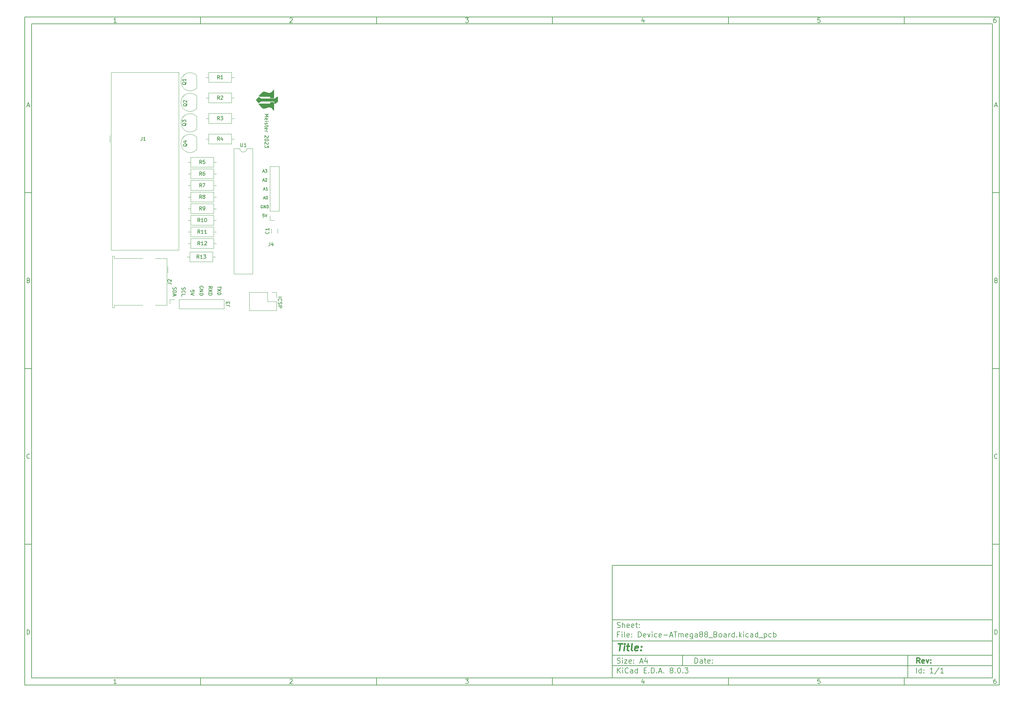
<source format=gbr>
%TF.GenerationSoftware,KiCad,Pcbnew,8.0.3*%
%TF.CreationDate,2025-04-06T07:58:35+09:00*%
%TF.ProjectId,Device-ATmega88_Board,44657669-6365-42d4-9154-6d6567613838,rev?*%
%TF.SameCoordinates,Original*%
%TF.FileFunction,Legend,Top*%
%TF.FilePolarity,Positive*%
%FSLAX46Y46*%
G04 Gerber Fmt 4.6, Leading zero omitted, Abs format (unit mm)*
G04 Created by KiCad (PCBNEW 8.0.3) date 2025-04-06 07:58:35*
%MOMM*%
%LPD*%
G01*
G04 APERTURE LIST*
%ADD10C,0.100000*%
%ADD11C,0.150000*%
%ADD12C,0.300000*%
%ADD13C,0.400000*%
%ADD14C,0.120000*%
%ADD15C,0.010000*%
G04 APERTURE END LIST*
D10*
D11*
X177002200Y-166007200D02*
X285002200Y-166007200D01*
X285002200Y-198007200D01*
X177002200Y-198007200D01*
X177002200Y-166007200D01*
D10*
D11*
X10000000Y-10000000D02*
X287002200Y-10000000D01*
X287002200Y-200007200D01*
X10000000Y-200007200D01*
X10000000Y-10000000D01*
D10*
D11*
X12000000Y-12000000D02*
X285002200Y-12000000D01*
X285002200Y-198007200D01*
X12000000Y-198007200D01*
X12000000Y-12000000D01*
D10*
D11*
X60000000Y-12000000D02*
X60000000Y-10000000D01*
D10*
D11*
X110000000Y-12000000D02*
X110000000Y-10000000D01*
D10*
D11*
X160000000Y-12000000D02*
X160000000Y-10000000D01*
D10*
D11*
X210000000Y-12000000D02*
X210000000Y-10000000D01*
D10*
D11*
X260000000Y-12000000D02*
X260000000Y-10000000D01*
D10*
D11*
X36089160Y-11593604D02*
X35346303Y-11593604D01*
X35717731Y-11593604D02*
X35717731Y-10293604D01*
X35717731Y-10293604D02*
X35593922Y-10479319D01*
X35593922Y-10479319D02*
X35470112Y-10603128D01*
X35470112Y-10603128D02*
X35346303Y-10665033D01*
D10*
D11*
X85346303Y-10417414D02*
X85408207Y-10355509D01*
X85408207Y-10355509D02*
X85532017Y-10293604D01*
X85532017Y-10293604D02*
X85841541Y-10293604D01*
X85841541Y-10293604D02*
X85965350Y-10355509D01*
X85965350Y-10355509D02*
X86027255Y-10417414D01*
X86027255Y-10417414D02*
X86089160Y-10541223D01*
X86089160Y-10541223D02*
X86089160Y-10665033D01*
X86089160Y-10665033D02*
X86027255Y-10850747D01*
X86027255Y-10850747D02*
X85284398Y-11593604D01*
X85284398Y-11593604D02*
X86089160Y-11593604D01*
D10*
D11*
X135284398Y-10293604D02*
X136089160Y-10293604D01*
X136089160Y-10293604D02*
X135655826Y-10788842D01*
X135655826Y-10788842D02*
X135841541Y-10788842D01*
X135841541Y-10788842D02*
X135965350Y-10850747D01*
X135965350Y-10850747D02*
X136027255Y-10912652D01*
X136027255Y-10912652D02*
X136089160Y-11036461D01*
X136089160Y-11036461D02*
X136089160Y-11345985D01*
X136089160Y-11345985D02*
X136027255Y-11469795D01*
X136027255Y-11469795D02*
X135965350Y-11531700D01*
X135965350Y-11531700D02*
X135841541Y-11593604D01*
X135841541Y-11593604D02*
X135470112Y-11593604D01*
X135470112Y-11593604D02*
X135346303Y-11531700D01*
X135346303Y-11531700D02*
X135284398Y-11469795D01*
D10*
D11*
X185965350Y-10726938D02*
X185965350Y-11593604D01*
X185655826Y-10231700D02*
X185346303Y-11160271D01*
X185346303Y-11160271D02*
X186151064Y-11160271D01*
D10*
D11*
X236027255Y-10293604D02*
X235408207Y-10293604D01*
X235408207Y-10293604D02*
X235346303Y-10912652D01*
X235346303Y-10912652D02*
X235408207Y-10850747D01*
X235408207Y-10850747D02*
X235532017Y-10788842D01*
X235532017Y-10788842D02*
X235841541Y-10788842D01*
X235841541Y-10788842D02*
X235965350Y-10850747D01*
X235965350Y-10850747D02*
X236027255Y-10912652D01*
X236027255Y-10912652D02*
X236089160Y-11036461D01*
X236089160Y-11036461D02*
X236089160Y-11345985D01*
X236089160Y-11345985D02*
X236027255Y-11469795D01*
X236027255Y-11469795D02*
X235965350Y-11531700D01*
X235965350Y-11531700D02*
X235841541Y-11593604D01*
X235841541Y-11593604D02*
X235532017Y-11593604D01*
X235532017Y-11593604D02*
X235408207Y-11531700D01*
X235408207Y-11531700D02*
X235346303Y-11469795D01*
D10*
D11*
X285965350Y-10293604D02*
X285717731Y-10293604D01*
X285717731Y-10293604D02*
X285593922Y-10355509D01*
X285593922Y-10355509D02*
X285532017Y-10417414D01*
X285532017Y-10417414D02*
X285408207Y-10603128D01*
X285408207Y-10603128D02*
X285346303Y-10850747D01*
X285346303Y-10850747D02*
X285346303Y-11345985D01*
X285346303Y-11345985D02*
X285408207Y-11469795D01*
X285408207Y-11469795D02*
X285470112Y-11531700D01*
X285470112Y-11531700D02*
X285593922Y-11593604D01*
X285593922Y-11593604D02*
X285841541Y-11593604D01*
X285841541Y-11593604D02*
X285965350Y-11531700D01*
X285965350Y-11531700D02*
X286027255Y-11469795D01*
X286027255Y-11469795D02*
X286089160Y-11345985D01*
X286089160Y-11345985D02*
X286089160Y-11036461D01*
X286089160Y-11036461D02*
X286027255Y-10912652D01*
X286027255Y-10912652D02*
X285965350Y-10850747D01*
X285965350Y-10850747D02*
X285841541Y-10788842D01*
X285841541Y-10788842D02*
X285593922Y-10788842D01*
X285593922Y-10788842D02*
X285470112Y-10850747D01*
X285470112Y-10850747D02*
X285408207Y-10912652D01*
X285408207Y-10912652D02*
X285346303Y-11036461D01*
D10*
D11*
X60000000Y-198007200D02*
X60000000Y-200007200D01*
D10*
D11*
X110000000Y-198007200D02*
X110000000Y-200007200D01*
D10*
D11*
X160000000Y-198007200D02*
X160000000Y-200007200D01*
D10*
D11*
X210000000Y-198007200D02*
X210000000Y-200007200D01*
D10*
D11*
X260000000Y-198007200D02*
X260000000Y-200007200D01*
D10*
D11*
X36089160Y-199600804D02*
X35346303Y-199600804D01*
X35717731Y-199600804D02*
X35717731Y-198300804D01*
X35717731Y-198300804D02*
X35593922Y-198486519D01*
X35593922Y-198486519D02*
X35470112Y-198610328D01*
X35470112Y-198610328D02*
X35346303Y-198672233D01*
D10*
D11*
X85346303Y-198424614D02*
X85408207Y-198362709D01*
X85408207Y-198362709D02*
X85532017Y-198300804D01*
X85532017Y-198300804D02*
X85841541Y-198300804D01*
X85841541Y-198300804D02*
X85965350Y-198362709D01*
X85965350Y-198362709D02*
X86027255Y-198424614D01*
X86027255Y-198424614D02*
X86089160Y-198548423D01*
X86089160Y-198548423D02*
X86089160Y-198672233D01*
X86089160Y-198672233D02*
X86027255Y-198857947D01*
X86027255Y-198857947D02*
X85284398Y-199600804D01*
X85284398Y-199600804D02*
X86089160Y-199600804D01*
D10*
D11*
X135284398Y-198300804D02*
X136089160Y-198300804D01*
X136089160Y-198300804D02*
X135655826Y-198796042D01*
X135655826Y-198796042D02*
X135841541Y-198796042D01*
X135841541Y-198796042D02*
X135965350Y-198857947D01*
X135965350Y-198857947D02*
X136027255Y-198919852D01*
X136027255Y-198919852D02*
X136089160Y-199043661D01*
X136089160Y-199043661D02*
X136089160Y-199353185D01*
X136089160Y-199353185D02*
X136027255Y-199476995D01*
X136027255Y-199476995D02*
X135965350Y-199538900D01*
X135965350Y-199538900D02*
X135841541Y-199600804D01*
X135841541Y-199600804D02*
X135470112Y-199600804D01*
X135470112Y-199600804D02*
X135346303Y-199538900D01*
X135346303Y-199538900D02*
X135284398Y-199476995D01*
D10*
D11*
X185965350Y-198734138D02*
X185965350Y-199600804D01*
X185655826Y-198238900D02*
X185346303Y-199167471D01*
X185346303Y-199167471D02*
X186151064Y-199167471D01*
D10*
D11*
X236027255Y-198300804D02*
X235408207Y-198300804D01*
X235408207Y-198300804D02*
X235346303Y-198919852D01*
X235346303Y-198919852D02*
X235408207Y-198857947D01*
X235408207Y-198857947D02*
X235532017Y-198796042D01*
X235532017Y-198796042D02*
X235841541Y-198796042D01*
X235841541Y-198796042D02*
X235965350Y-198857947D01*
X235965350Y-198857947D02*
X236027255Y-198919852D01*
X236027255Y-198919852D02*
X236089160Y-199043661D01*
X236089160Y-199043661D02*
X236089160Y-199353185D01*
X236089160Y-199353185D02*
X236027255Y-199476995D01*
X236027255Y-199476995D02*
X235965350Y-199538900D01*
X235965350Y-199538900D02*
X235841541Y-199600804D01*
X235841541Y-199600804D02*
X235532017Y-199600804D01*
X235532017Y-199600804D02*
X235408207Y-199538900D01*
X235408207Y-199538900D02*
X235346303Y-199476995D01*
D10*
D11*
X285965350Y-198300804D02*
X285717731Y-198300804D01*
X285717731Y-198300804D02*
X285593922Y-198362709D01*
X285593922Y-198362709D02*
X285532017Y-198424614D01*
X285532017Y-198424614D02*
X285408207Y-198610328D01*
X285408207Y-198610328D02*
X285346303Y-198857947D01*
X285346303Y-198857947D02*
X285346303Y-199353185D01*
X285346303Y-199353185D02*
X285408207Y-199476995D01*
X285408207Y-199476995D02*
X285470112Y-199538900D01*
X285470112Y-199538900D02*
X285593922Y-199600804D01*
X285593922Y-199600804D02*
X285841541Y-199600804D01*
X285841541Y-199600804D02*
X285965350Y-199538900D01*
X285965350Y-199538900D02*
X286027255Y-199476995D01*
X286027255Y-199476995D02*
X286089160Y-199353185D01*
X286089160Y-199353185D02*
X286089160Y-199043661D01*
X286089160Y-199043661D02*
X286027255Y-198919852D01*
X286027255Y-198919852D02*
X285965350Y-198857947D01*
X285965350Y-198857947D02*
X285841541Y-198796042D01*
X285841541Y-198796042D02*
X285593922Y-198796042D01*
X285593922Y-198796042D02*
X285470112Y-198857947D01*
X285470112Y-198857947D02*
X285408207Y-198919852D01*
X285408207Y-198919852D02*
X285346303Y-199043661D01*
D10*
D11*
X10000000Y-60000000D02*
X12000000Y-60000000D01*
D10*
D11*
X10000000Y-110000000D02*
X12000000Y-110000000D01*
D10*
D11*
X10000000Y-160000000D02*
X12000000Y-160000000D01*
D10*
D11*
X10690476Y-35222176D02*
X11309523Y-35222176D01*
X10566666Y-35593604D02*
X10999999Y-34293604D01*
X10999999Y-34293604D02*
X11433333Y-35593604D01*
D10*
D11*
X11092857Y-84912652D02*
X11278571Y-84974557D01*
X11278571Y-84974557D02*
X11340476Y-85036461D01*
X11340476Y-85036461D02*
X11402380Y-85160271D01*
X11402380Y-85160271D02*
X11402380Y-85345985D01*
X11402380Y-85345985D02*
X11340476Y-85469795D01*
X11340476Y-85469795D02*
X11278571Y-85531700D01*
X11278571Y-85531700D02*
X11154761Y-85593604D01*
X11154761Y-85593604D02*
X10659523Y-85593604D01*
X10659523Y-85593604D02*
X10659523Y-84293604D01*
X10659523Y-84293604D02*
X11092857Y-84293604D01*
X11092857Y-84293604D02*
X11216666Y-84355509D01*
X11216666Y-84355509D02*
X11278571Y-84417414D01*
X11278571Y-84417414D02*
X11340476Y-84541223D01*
X11340476Y-84541223D02*
X11340476Y-84665033D01*
X11340476Y-84665033D02*
X11278571Y-84788842D01*
X11278571Y-84788842D02*
X11216666Y-84850747D01*
X11216666Y-84850747D02*
X11092857Y-84912652D01*
X11092857Y-84912652D02*
X10659523Y-84912652D01*
D10*
D11*
X11402380Y-135469795D02*
X11340476Y-135531700D01*
X11340476Y-135531700D02*
X11154761Y-135593604D01*
X11154761Y-135593604D02*
X11030952Y-135593604D01*
X11030952Y-135593604D02*
X10845238Y-135531700D01*
X10845238Y-135531700D02*
X10721428Y-135407890D01*
X10721428Y-135407890D02*
X10659523Y-135284080D01*
X10659523Y-135284080D02*
X10597619Y-135036461D01*
X10597619Y-135036461D02*
X10597619Y-134850747D01*
X10597619Y-134850747D02*
X10659523Y-134603128D01*
X10659523Y-134603128D02*
X10721428Y-134479319D01*
X10721428Y-134479319D02*
X10845238Y-134355509D01*
X10845238Y-134355509D02*
X11030952Y-134293604D01*
X11030952Y-134293604D02*
X11154761Y-134293604D01*
X11154761Y-134293604D02*
X11340476Y-134355509D01*
X11340476Y-134355509D02*
X11402380Y-134417414D01*
D10*
D11*
X10659523Y-185593604D02*
X10659523Y-184293604D01*
X10659523Y-184293604D02*
X10969047Y-184293604D01*
X10969047Y-184293604D02*
X11154761Y-184355509D01*
X11154761Y-184355509D02*
X11278571Y-184479319D01*
X11278571Y-184479319D02*
X11340476Y-184603128D01*
X11340476Y-184603128D02*
X11402380Y-184850747D01*
X11402380Y-184850747D02*
X11402380Y-185036461D01*
X11402380Y-185036461D02*
X11340476Y-185284080D01*
X11340476Y-185284080D02*
X11278571Y-185407890D01*
X11278571Y-185407890D02*
X11154761Y-185531700D01*
X11154761Y-185531700D02*
X10969047Y-185593604D01*
X10969047Y-185593604D02*
X10659523Y-185593604D01*
D10*
D11*
X287002200Y-60000000D02*
X285002200Y-60000000D01*
D10*
D11*
X287002200Y-110000000D02*
X285002200Y-110000000D01*
D10*
D11*
X287002200Y-160000000D02*
X285002200Y-160000000D01*
D10*
D11*
X285692676Y-35222176D02*
X286311723Y-35222176D01*
X285568866Y-35593604D02*
X286002199Y-34293604D01*
X286002199Y-34293604D02*
X286435533Y-35593604D01*
D10*
D11*
X286095057Y-84912652D02*
X286280771Y-84974557D01*
X286280771Y-84974557D02*
X286342676Y-85036461D01*
X286342676Y-85036461D02*
X286404580Y-85160271D01*
X286404580Y-85160271D02*
X286404580Y-85345985D01*
X286404580Y-85345985D02*
X286342676Y-85469795D01*
X286342676Y-85469795D02*
X286280771Y-85531700D01*
X286280771Y-85531700D02*
X286156961Y-85593604D01*
X286156961Y-85593604D02*
X285661723Y-85593604D01*
X285661723Y-85593604D02*
X285661723Y-84293604D01*
X285661723Y-84293604D02*
X286095057Y-84293604D01*
X286095057Y-84293604D02*
X286218866Y-84355509D01*
X286218866Y-84355509D02*
X286280771Y-84417414D01*
X286280771Y-84417414D02*
X286342676Y-84541223D01*
X286342676Y-84541223D02*
X286342676Y-84665033D01*
X286342676Y-84665033D02*
X286280771Y-84788842D01*
X286280771Y-84788842D02*
X286218866Y-84850747D01*
X286218866Y-84850747D02*
X286095057Y-84912652D01*
X286095057Y-84912652D02*
X285661723Y-84912652D01*
D10*
D11*
X286404580Y-135469795D02*
X286342676Y-135531700D01*
X286342676Y-135531700D02*
X286156961Y-135593604D01*
X286156961Y-135593604D02*
X286033152Y-135593604D01*
X286033152Y-135593604D02*
X285847438Y-135531700D01*
X285847438Y-135531700D02*
X285723628Y-135407890D01*
X285723628Y-135407890D02*
X285661723Y-135284080D01*
X285661723Y-135284080D02*
X285599819Y-135036461D01*
X285599819Y-135036461D02*
X285599819Y-134850747D01*
X285599819Y-134850747D02*
X285661723Y-134603128D01*
X285661723Y-134603128D02*
X285723628Y-134479319D01*
X285723628Y-134479319D02*
X285847438Y-134355509D01*
X285847438Y-134355509D02*
X286033152Y-134293604D01*
X286033152Y-134293604D02*
X286156961Y-134293604D01*
X286156961Y-134293604D02*
X286342676Y-134355509D01*
X286342676Y-134355509D02*
X286404580Y-134417414D01*
D10*
D11*
X285661723Y-185593604D02*
X285661723Y-184293604D01*
X285661723Y-184293604D02*
X285971247Y-184293604D01*
X285971247Y-184293604D02*
X286156961Y-184355509D01*
X286156961Y-184355509D02*
X286280771Y-184479319D01*
X286280771Y-184479319D02*
X286342676Y-184603128D01*
X286342676Y-184603128D02*
X286404580Y-184850747D01*
X286404580Y-184850747D02*
X286404580Y-185036461D01*
X286404580Y-185036461D02*
X286342676Y-185284080D01*
X286342676Y-185284080D02*
X286280771Y-185407890D01*
X286280771Y-185407890D02*
X286156961Y-185531700D01*
X286156961Y-185531700D02*
X285971247Y-185593604D01*
X285971247Y-185593604D02*
X285661723Y-185593604D01*
D10*
D11*
X200458026Y-193793328D02*
X200458026Y-192293328D01*
X200458026Y-192293328D02*
X200815169Y-192293328D01*
X200815169Y-192293328D02*
X201029455Y-192364757D01*
X201029455Y-192364757D02*
X201172312Y-192507614D01*
X201172312Y-192507614D02*
X201243741Y-192650471D01*
X201243741Y-192650471D02*
X201315169Y-192936185D01*
X201315169Y-192936185D02*
X201315169Y-193150471D01*
X201315169Y-193150471D02*
X201243741Y-193436185D01*
X201243741Y-193436185D02*
X201172312Y-193579042D01*
X201172312Y-193579042D02*
X201029455Y-193721900D01*
X201029455Y-193721900D02*
X200815169Y-193793328D01*
X200815169Y-193793328D02*
X200458026Y-193793328D01*
X202600884Y-193793328D02*
X202600884Y-193007614D01*
X202600884Y-193007614D02*
X202529455Y-192864757D01*
X202529455Y-192864757D02*
X202386598Y-192793328D01*
X202386598Y-192793328D02*
X202100884Y-192793328D01*
X202100884Y-192793328D02*
X201958026Y-192864757D01*
X202600884Y-193721900D02*
X202458026Y-193793328D01*
X202458026Y-193793328D02*
X202100884Y-193793328D01*
X202100884Y-193793328D02*
X201958026Y-193721900D01*
X201958026Y-193721900D02*
X201886598Y-193579042D01*
X201886598Y-193579042D02*
X201886598Y-193436185D01*
X201886598Y-193436185D02*
X201958026Y-193293328D01*
X201958026Y-193293328D02*
X202100884Y-193221900D01*
X202100884Y-193221900D02*
X202458026Y-193221900D01*
X202458026Y-193221900D02*
X202600884Y-193150471D01*
X203100884Y-192793328D02*
X203672312Y-192793328D01*
X203315169Y-192293328D02*
X203315169Y-193579042D01*
X203315169Y-193579042D02*
X203386598Y-193721900D01*
X203386598Y-193721900D02*
X203529455Y-193793328D01*
X203529455Y-193793328D02*
X203672312Y-193793328D01*
X204743741Y-193721900D02*
X204600884Y-193793328D01*
X204600884Y-193793328D02*
X204315170Y-193793328D01*
X204315170Y-193793328D02*
X204172312Y-193721900D01*
X204172312Y-193721900D02*
X204100884Y-193579042D01*
X204100884Y-193579042D02*
X204100884Y-193007614D01*
X204100884Y-193007614D02*
X204172312Y-192864757D01*
X204172312Y-192864757D02*
X204315170Y-192793328D01*
X204315170Y-192793328D02*
X204600884Y-192793328D01*
X204600884Y-192793328D02*
X204743741Y-192864757D01*
X204743741Y-192864757D02*
X204815170Y-193007614D01*
X204815170Y-193007614D02*
X204815170Y-193150471D01*
X204815170Y-193150471D02*
X204100884Y-193293328D01*
X205458026Y-193650471D02*
X205529455Y-193721900D01*
X205529455Y-193721900D02*
X205458026Y-193793328D01*
X205458026Y-193793328D02*
X205386598Y-193721900D01*
X205386598Y-193721900D02*
X205458026Y-193650471D01*
X205458026Y-193650471D02*
X205458026Y-193793328D01*
X205458026Y-192864757D02*
X205529455Y-192936185D01*
X205529455Y-192936185D02*
X205458026Y-193007614D01*
X205458026Y-193007614D02*
X205386598Y-192936185D01*
X205386598Y-192936185D02*
X205458026Y-192864757D01*
X205458026Y-192864757D02*
X205458026Y-193007614D01*
D10*
D11*
X177002200Y-194507200D02*
X285002200Y-194507200D01*
D10*
D11*
X178458026Y-196593328D02*
X178458026Y-195093328D01*
X179315169Y-196593328D02*
X178672312Y-195736185D01*
X179315169Y-195093328D02*
X178458026Y-195950471D01*
X179958026Y-196593328D02*
X179958026Y-195593328D01*
X179958026Y-195093328D02*
X179886598Y-195164757D01*
X179886598Y-195164757D02*
X179958026Y-195236185D01*
X179958026Y-195236185D02*
X180029455Y-195164757D01*
X180029455Y-195164757D02*
X179958026Y-195093328D01*
X179958026Y-195093328D02*
X179958026Y-195236185D01*
X181529455Y-196450471D02*
X181458027Y-196521900D01*
X181458027Y-196521900D02*
X181243741Y-196593328D01*
X181243741Y-196593328D02*
X181100884Y-196593328D01*
X181100884Y-196593328D02*
X180886598Y-196521900D01*
X180886598Y-196521900D02*
X180743741Y-196379042D01*
X180743741Y-196379042D02*
X180672312Y-196236185D01*
X180672312Y-196236185D02*
X180600884Y-195950471D01*
X180600884Y-195950471D02*
X180600884Y-195736185D01*
X180600884Y-195736185D02*
X180672312Y-195450471D01*
X180672312Y-195450471D02*
X180743741Y-195307614D01*
X180743741Y-195307614D02*
X180886598Y-195164757D01*
X180886598Y-195164757D02*
X181100884Y-195093328D01*
X181100884Y-195093328D02*
X181243741Y-195093328D01*
X181243741Y-195093328D02*
X181458027Y-195164757D01*
X181458027Y-195164757D02*
X181529455Y-195236185D01*
X182815170Y-196593328D02*
X182815170Y-195807614D01*
X182815170Y-195807614D02*
X182743741Y-195664757D01*
X182743741Y-195664757D02*
X182600884Y-195593328D01*
X182600884Y-195593328D02*
X182315170Y-195593328D01*
X182315170Y-195593328D02*
X182172312Y-195664757D01*
X182815170Y-196521900D02*
X182672312Y-196593328D01*
X182672312Y-196593328D02*
X182315170Y-196593328D01*
X182315170Y-196593328D02*
X182172312Y-196521900D01*
X182172312Y-196521900D02*
X182100884Y-196379042D01*
X182100884Y-196379042D02*
X182100884Y-196236185D01*
X182100884Y-196236185D02*
X182172312Y-196093328D01*
X182172312Y-196093328D02*
X182315170Y-196021900D01*
X182315170Y-196021900D02*
X182672312Y-196021900D01*
X182672312Y-196021900D02*
X182815170Y-195950471D01*
X184172313Y-196593328D02*
X184172313Y-195093328D01*
X184172313Y-196521900D02*
X184029455Y-196593328D01*
X184029455Y-196593328D02*
X183743741Y-196593328D01*
X183743741Y-196593328D02*
X183600884Y-196521900D01*
X183600884Y-196521900D02*
X183529455Y-196450471D01*
X183529455Y-196450471D02*
X183458027Y-196307614D01*
X183458027Y-196307614D02*
X183458027Y-195879042D01*
X183458027Y-195879042D02*
X183529455Y-195736185D01*
X183529455Y-195736185D02*
X183600884Y-195664757D01*
X183600884Y-195664757D02*
X183743741Y-195593328D01*
X183743741Y-195593328D02*
X184029455Y-195593328D01*
X184029455Y-195593328D02*
X184172313Y-195664757D01*
X186029455Y-195807614D02*
X186529455Y-195807614D01*
X186743741Y-196593328D02*
X186029455Y-196593328D01*
X186029455Y-196593328D02*
X186029455Y-195093328D01*
X186029455Y-195093328D02*
X186743741Y-195093328D01*
X187386598Y-196450471D02*
X187458027Y-196521900D01*
X187458027Y-196521900D02*
X187386598Y-196593328D01*
X187386598Y-196593328D02*
X187315170Y-196521900D01*
X187315170Y-196521900D02*
X187386598Y-196450471D01*
X187386598Y-196450471D02*
X187386598Y-196593328D01*
X188100884Y-196593328D02*
X188100884Y-195093328D01*
X188100884Y-195093328D02*
X188458027Y-195093328D01*
X188458027Y-195093328D02*
X188672313Y-195164757D01*
X188672313Y-195164757D02*
X188815170Y-195307614D01*
X188815170Y-195307614D02*
X188886599Y-195450471D01*
X188886599Y-195450471D02*
X188958027Y-195736185D01*
X188958027Y-195736185D02*
X188958027Y-195950471D01*
X188958027Y-195950471D02*
X188886599Y-196236185D01*
X188886599Y-196236185D02*
X188815170Y-196379042D01*
X188815170Y-196379042D02*
X188672313Y-196521900D01*
X188672313Y-196521900D02*
X188458027Y-196593328D01*
X188458027Y-196593328D02*
X188100884Y-196593328D01*
X189600884Y-196450471D02*
X189672313Y-196521900D01*
X189672313Y-196521900D02*
X189600884Y-196593328D01*
X189600884Y-196593328D02*
X189529456Y-196521900D01*
X189529456Y-196521900D02*
X189600884Y-196450471D01*
X189600884Y-196450471D02*
X189600884Y-196593328D01*
X190243742Y-196164757D02*
X190958028Y-196164757D01*
X190100885Y-196593328D02*
X190600885Y-195093328D01*
X190600885Y-195093328D02*
X191100885Y-196593328D01*
X191600884Y-196450471D02*
X191672313Y-196521900D01*
X191672313Y-196521900D02*
X191600884Y-196593328D01*
X191600884Y-196593328D02*
X191529456Y-196521900D01*
X191529456Y-196521900D02*
X191600884Y-196450471D01*
X191600884Y-196450471D02*
X191600884Y-196593328D01*
X193672313Y-195736185D02*
X193529456Y-195664757D01*
X193529456Y-195664757D02*
X193458027Y-195593328D01*
X193458027Y-195593328D02*
X193386599Y-195450471D01*
X193386599Y-195450471D02*
X193386599Y-195379042D01*
X193386599Y-195379042D02*
X193458027Y-195236185D01*
X193458027Y-195236185D02*
X193529456Y-195164757D01*
X193529456Y-195164757D02*
X193672313Y-195093328D01*
X193672313Y-195093328D02*
X193958027Y-195093328D01*
X193958027Y-195093328D02*
X194100885Y-195164757D01*
X194100885Y-195164757D02*
X194172313Y-195236185D01*
X194172313Y-195236185D02*
X194243742Y-195379042D01*
X194243742Y-195379042D02*
X194243742Y-195450471D01*
X194243742Y-195450471D02*
X194172313Y-195593328D01*
X194172313Y-195593328D02*
X194100885Y-195664757D01*
X194100885Y-195664757D02*
X193958027Y-195736185D01*
X193958027Y-195736185D02*
X193672313Y-195736185D01*
X193672313Y-195736185D02*
X193529456Y-195807614D01*
X193529456Y-195807614D02*
X193458027Y-195879042D01*
X193458027Y-195879042D02*
X193386599Y-196021900D01*
X193386599Y-196021900D02*
X193386599Y-196307614D01*
X193386599Y-196307614D02*
X193458027Y-196450471D01*
X193458027Y-196450471D02*
X193529456Y-196521900D01*
X193529456Y-196521900D02*
X193672313Y-196593328D01*
X193672313Y-196593328D02*
X193958027Y-196593328D01*
X193958027Y-196593328D02*
X194100885Y-196521900D01*
X194100885Y-196521900D02*
X194172313Y-196450471D01*
X194172313Y-196450471D02*
X194243742Y-196307614D01*
X194243742Y-196307614D02*
X194243742Y-196021900D01*
X194243742Y-196021900D02*
X194172313Y-195879042D01*
X194172313Y-195879042D02*
X194100885Y-195807614D01*
X194100885Y-195807614D02*
X193958027Y-195736185D01*
X194886598Y-196450471D02*
X194958027Y-196521900D01*
X194958027Y-196521900D02*
X194886598Y-196593328D01*
X194886598Y-196593328D02*
X194815170Y-196521900D01*
X194815170Y-196521900D02*
X194886598Y-196450471D01*
X194886598Y-196450471D02*
X194886598Y-196593328D01*
X195886599Y-195093328D02*
X196029456Y-195093328D01*
X196029456Y-195093328D02*
X196172313Y-195164757D01*
X196172313Y-195164757D02*
X196243742Y-195236185D01*
X196243742Y-195236185D02*
X196315170Y-195379042D01*
X196315170Y-195379042D02*
X196386599Y-195664757D01*
X196386599Y-195664757D02*
X196386599Y-196021900D01*
X196386599Y-196021900D02*
X196315170Y-196307614D01*
X196315170Y-196307614D02*
X196243742Y-196450471D01*
X196243742Y-196450471D02*
X196172313Y-196521900D01*
X196172313Y-196521900D02*
X196029456Y-196593328D01*
X196029456Y-196593328D02*
X195886599Y-196593328D01*
X195886599Y-196593328D02*
X195743742Y-196521900D01*
X195743742Y-196521900D02*
X195672313Y-196450471D01*
X195672313Y-196450471D02*
X195600884Y-196307614D01*
X195600884Y-196307614D02*
X195529456Y-196021900D01*
X195529456Y-196021900D02*
X195529456Y-195664757D01*
X195529456Y-195664757D02*
X195600884Y-195379042D01*
X195600884Y-195379042D02*
X195672313Y-195236185D01*
X195672313Y-195236185D02*
X195743742Y-195164757D01*
X195743742Y-195164757D02*
X195886599Y-195093328D01*
X197029455Y-196450471D02*
X197100884Y-196521900D01*
X197100884Y-196521900D02*
X197029455Y-196593328D01*
X197029455Y-196593328D02*
X196958027Y-196521900D01*
X196958027Y-196521900D02*
X197029455Y-196450471D01*
X197029455Y-196450471D02*
X197029455Y-196593328D01*
X197600884Y-195093328D02*
X198529456Y-195093328D01*
X198529456Y-195093328D02*
X198029456Y-195664757D01*
X198029456Y-195664757D02*
X198243741Y-195664757D01*
X198243741Y-195664757D02*
X198386599Y-195736185D01*
X198386599Y-195736185D02*
X198458027Y-195807614D01*
X198458027Y-195807614D02*
X198529456Y-195950471D01*
X198529456Y-195950471D02*
X198529456Y-196307614D01*
X198529456Y-196307614D02*
X198458027Y-196450471D01*
X198458027Y-196450471D02*
X198386599Y-196521900D01*
X198386599Y-196521900D02*
X198243741Y-196593328D01*
X198243741Y-196593328D02*
X197815170Y-196593328D01*
X197815170Y-196593328D02*
X197672313Y-196521900D01*
X197672313Y-196521900D02*
X197600884Y-196450471D01*
D10*
D11*
X177002200Y-191507200D02*
X285002200Y-191507200D01*
D10*
D12*
X264413853Y-193785528D02*
X263913853Y-193071242D01*
X263556710Y-193785528D02*
X263556710Y-192285528D01*
X263556710Y-192285528D02*
X264128139Y-192285528D01*
X264128139Y-192285528D02*
X264270996Y-192356957D01*
X264270996Y-192356957D02*
X264342425Y-192428385D01*
X264342425Y-192428385D02*
X264413853Y-192571242D01*
X264413853Y-192571242D02*
X264413853Y-192785528D01*
X264413853Y-192785528D02*
X264342425Y-192928385D01*
X264342425Y-192928385D02*
X264270996Y-192999814D01*
X264270996Y-192999814D02*
X264128139Y-193071242D01*
X264128139Y-193071242D02*
X263556710Y-193071242D01*
X265628139Y-193714100D02*
X265485282Y-193785528D01*
X265485282Y-193785528D02*
X265199568Y-193785528D01*
X265199568Y-193785528D02*
X265056710Y-193714100D01*
X265056710Y-193714100D02*
X264985282Y-193571242D01*
X264985282Y-193571242D02*
X264985282Y-192999814D01*
X264985282Y-192999814D02*
X265056710Y-192856957D01*
X265056710Y-192856957D02*
X265199568Y-192785528D01*
X265199568Y-192785528D02*
X265485282Y-192785528D01*
X265485282Y-192785528D02*
X265628139Y-192856957D01*
X265628139Y-192856957D02*
X265699568Y-192999814D01*
X265699568Y-192999814D02*
X265699568Y-193142671D01*
X265699568Y-193142671D02*
X264985282Y-193285528D01*
X266199567Y-192785528D02*
X266556710Y-193785528D01*
X266556710Y-193785528D02*
X266913853Y-192785528D01*
X267485281Y-193642671D02*
X267556710Y-193714100D01*
X267556710Y-193714100D02*
X267485281Y-193785528D01*
X267485281Y-193785528D02*
X267413853Y-193714100D01*
X267413853Y-193714100D02*
X267485281Y-193642671D01*
X267485281Y-193642671D02*
X267485281Y-193785528D01*
X267485281Y-192856957D02*
X267556710Y-192928385D01*
X267556710Y-192928385D02*
X267485281Y-192999814D01*
X267485281Y-192999814D02*
X267413853Y-192928385D01*
X267413853Y-192928385D02*
X267485281Y-192856957D01*
X267485281Y-192856957D02*
X267485281Y-192999814D01*
D10*
D11*
X178386598Y-193721900D02*
X178600884Y-193793328D01*
X178600884Y-193793328D02*
X178958026Y-193793328D01*
X178958026Y-193793328D02*
X179100884Y-193721900D01*
X179100884Y-193721900D02*
X179172312Y-193650471D01*
X179172312Y-193650471D02*
X179243741Y-193507614D01*
X179243741Y-193507614D02*
X179243741Y-193364757D01*
X179243741Y-193364757D02*
X179172312Y-193221900D01*
X179172312Y-193221900D02*
X179100884Y-193150471D01*
X179100884Y-193150471D02*
X178958026Y-193079042D01*
X178958026Y-193079042D02*
X178672312Y-193007614D01*
X178672312Y-193007614D02*
X178529455Y-192936185D01*
X178529455Y-192936185D02*
X178458026Y-192864757D01*
X178458026Y-192864757D02*
X178386598Y-192721900D01*
X178386598Y-192721900D02*
X178386598Y-192579042D01*
X178386598Y-192579042D02*
X178458026Y-192436185D01*
X178458026Y-192436185D02*
X178529455Y-192364757D01*
X178529455Y-192364757D02*
X178672312Y-192293328D01*
X178672312Y-192293328D02*
X179029455Y-192293328D01*
X179029455Y-192293328D02*
X179243741Y-192364757D01*
X179886597Y-193793328D02*
X179886597Y-192793328D01*
X179886597Y-192293328D02*
X179815169Y-192364757D01*
X179815169Y-192364757D02*
X179886597Y-192436185D01*
X179886597Y-192436185D02*
X179958026Y-192364757D01*
X179958026Y-192364757D02*
X179886597Y-192293328D01*
X179886597Y-192293328D02*
X179886597Y-192436185D01*
X180458026Y-192793328D02*
X181243741Y-192793328D01*
X181243741Y-192793328D02*
X180458026Y-193793328D01*
X180458026Y-193793328D02*
X181243741Y-193793328D01*
X182386598Y-193721900D02*
X182243741Y-193793328D01*
X182243741Y-193793328D02*
X181958027Y-193793328D01*
X181958027Y-193793328D02*
X181815169Y-193721900D01*
X181815169Y-193721900D02*
X181743741Y-193579042D01*
X181743741Y-193579042D02*
X181743741Y-193007614D01*
X181743741Y-193007614D02*
X181815169Y-192864757D01*
X181815169Y-192864757D02*
X181958027Y-192793328D01*
X181958027Y-192793328D02*
X182243741Y-192793328D01*
X182243741Y-192793328D02*
X182386598Y-192864757D01*
X182386598Y-192864757D02*
X182458027Y-193007614D01*
X182458027Y-193007614D02*
X182458027Y-193150471D01*
X182458027Y-193150471D02*
X181743741Y-193293328D01*
X183100883Y-193650471D02*
X183172312Y-193721900D01*
X183172312Y-193721900D02*
X183100883Y-193793328D01*
X183100883Y-193793328D02*
X183029455Y-193721900D01*
X183029455Y-193721900D02*
X183100883Y-193650471D01*
X183100883Y-193650471D02*
X183100883Y-193793328D01*
X183100883Y-192864757D02*
X183172312Y-192936185D01*
X183172312Y-192936185D02*
X183100883Y-193007614D01*
X183100883Y-193007614D02*
X183029455Y-192936185D01*
X183029455Y-192936185D02*
X183100883Y-192864757D01*
X183100883Y-192864757D02*
X183100883Y-193007614D01*
X184886598Y-193364757D02*
X185600884Y-193364757D01*
X184743741Y-193793328D02*
X185243741Y-192293328D01*
X185243741Y-192293328D02*
X185743741Y-193793328D01*
X186886598Y-192793328D02*
X186886598Y-193793328D01*
X186529455Y-192221900D02*
X186172312Y-193293328D01*
X186172312Y-193293328D02*
X187100883Y-193293328D01*
D10*
D11*
X263458026Y-196593328D02*
X263458026Y-195093328D01*
X264815170Y-196593328D02*
X264815170Y-195093328D01*
X264815170Y-196521900D02*
X264672312Y-196593328D01*
X264672312Y-196593328D02*
X264386598Y-196593328D01*
X264386598Y-196593328D02*
X264243741Y-196521900D01*
X264243741Y-196521900D02*
X264172312Y-196450471D01*
X264172312Y-196450471D02*
X264100884Y-196307614D01*
X264100884Y-196307614D02*
X264100884Y-195879042D01*
X264100884Y-195879042D02*
X264172312Y-195736185D01*
X264172312Y-195736185D02*
X264243741Y-195664757D01*
X264243741Y-195664757D02*
X264386598Y-195593328D01*
X264386598Y-195593328D02*
X264672312Y-195593328D01*
X264672312Y-195593328D02*
X264815170Y-195664757D01*
X265529455Y-196450471D02*
X265600884Y-196521900D01*
X265600884Y-196521900D02*
X265529455Y-196593328D01*
X265529455Y-196593328D02*
X265458027Y-196521900D01*
X265458027Y-196521900D02*
X265529455Y-196450471D01*
X265529455Y-196450471D02*
X265529455Y-196593328D01*
X265529455Y-195664757D02*
X265600884Y-195736185D01*
X265600884Y-195736185D02*
X265529455Y-195807614D01*
X265529455Y-195807614D02*
X265458027Y-195736185D01*
X265458027Y-195736185D02*
X265529455Y-195664757D01*
X265529455Y-195664757D02*
X265529455Y-195807614D01*
X268172313Y-196593328D02*
X267315170Y-196593328D01*
X267743741Y-196593328D02*
X267743741Y-195093328D01*
X267743741Y-195093328D02*
X267600884Y-195307614D01*
X267600884Y-195307614D02*
X267458027Y-195450471D01*
X267458027Y-195450471D02*
X267315170Y-195521900D01*
X269886598Y-195021900D02*
X268600884Y-196950471D01*
X271172313Y-196593328D02*
X270315170Y-196593328D01*
X270743741Y-196593328D02*
X270743741Y-195093328D01*
X270743741Y-195093328D02*
X270600884Y-195307614D01*
X270600884Y-195307614D02*
X270458027Y-195450471D01*
X270458027Y-195450471D02*
X270315170Y-195521900D01*
D10*
D11*
X177002200Y-187507200D02*
X285002200Y-187507200D01*
D10*
D13*
X178693928Y-188211638D02*
X179836785Y-188211638D01*
X179015357Y-190211638D02*
X179265357Y-188211638D01*
X180253452Y-190211638D02*
X180420119Y-188878304D01*
X180503452Y-188211638D02*
X180396309Y-188306876D01*
X180396309Y-188306876D02*
X180479643Y-188402114D01*
X180479643Y-188402114D02*
X180586786Y-188306876D01*
X180586786Y-188306876D02*
X180503452Y-188211638D01*
X180503452Y-188211638D02*
X180479643Y-188402114D01*
X181086786Y-188878304D02*
X181848690Y-188878304D01*
X181455833Y-188211638D02*
X181241548Y-189925923D01*
X181241548Y-189925923D02*
X181312976Y-190116400D01*
X181312976Y-190116400D02*
X181491548Y-190211638D01*
X181491548Y-190211638D02*
X181682024Y-190211638D01*
X182634405Y-190211638D02*
X182455833Y-190116400D01*
X182455833Y-190116400D02*
X182384405Y-189925923D01*
X182384405Y-189925923D02*
X182598690Y-188211638D01*
X184170119Y-190116400D02*
X183967738Y-190211638D01*
X183967738Y-190211638D02*
X183586785Y-190211638D01*
X183586785Y-190211638D02*
X183408214Y-190116400D01*
X183408214Y-190116400D02*
X183336785Y-189925923D01*
X183336785Y-189925923D02*
X183432024Y-189164019D01*
X183432024Y-189164019D02*
X183551071Y-188973542D01*
X183551071Y-188973542D02*
X183753452Y-188878304D01*
X183753452Y-188878304D02*
X184134404Y-188878304D01*
X184134404Y-188878304D02*
X184312976Y-188973542D01*
X184312976Y-188973542D02*
X184384404Y-189164019D01*
X184384404Y-189164019D02*
X184360595Y-189354495D01*
X184360595Y-189354495D02*
X183384404Y-189544971D01*
X185134405Y-190021161D02*
X185217738Y-190116400D01*
X185217738Y-190116400D02*
X185110595Y-190211638D01*
X185110595Y-190211638D02*
X185027262Y-190116400D01*
X185027262Y-190116400D02*
X185134405Y-190021161D01*
X185134405Y-190021161D02*
X185110595Y-190211638D01*
X185265357Y-188973542D02*
X185348690Y-189068780D01*
X185348690Y-189068780D02*
X185241548Y-189164019D01*
X185241548Y-189164019D02*
X185158214Y-189068780D01*
X185158214Y-189068780D02*
X185265357Y-188973542D01*
X185265357Y-188973542D02*
X185241548Y-189164019D01*
D10*
D11*
X178958026Y-185607614D02*
X178458026Y-185607614D01*
X178458026Y-186393328D02*
X178458026Y-184893328D01*
X178458026Y-184893328D02*
X179172312Y-184893328D01*
X179743740Y-186393328D02*
X179743740Y-185393328D01*
X179743740Y-184893328D02*
X179672312Y-184964757D01*
X179672312Y-184964757D02*
X179743740Y-185036185D01*
X179743740Y-185036185D02*
X179815169Y-184964757D01*
X179815169Y-184964757D02*
X179743740Y-184893328D01*
X179743740Y-184893328D02*
X179743740Y-185036185D01*
X180672312Y-186393328D02*
X180529455Y-186321900D01*
X180529455Y-186321900D02*
X180458026Y-186179042D01*
X180458026Y-186179042D02*
X180458026Y-184893328D01*
X181815169Y-186321900D02*
X181672312Y-186393328D01*
X181672312Y-186393328D02*
X181386598Y-186393328D01*
X181386598Y-186393328D02*
X181243740Y-186321900D01*
X181243740Y-186321900D02*
X181172312Y-186179042D01*
X181172312Y-186179042D02*
X181172312Y-185607614D01*
X181172312Y-185607614D02*
X181243740Y-185464757D01*
X181243740Y-185464757D02*
X181386598Y-185393328D01*
X181386598Y-185393328D02*
X181672312Y-185393328D01*
X181672312Y-185393328D02*
X181815169Y-185464757D01*
X181815169Y-185464757D02*
X181886598Y-185607614D01*
X181886598Y-185607614D02*
X181886598Y-185750471D01*
X181886598Y-185750471D02*
X181172312Y-185893328D01*
X182529454Y-186250471D02*
X182600883Y-186321900D01*
X182600883Y-186321900D02*
X182529454Y-186393328D01*
X182529454Y-186393328D02*
X182458026Y-186321900D01*
X182458026Y-186321900D02*
X182529454Y-186250471D01*
X182529454Y-186250471D02*
X182529454Y-186393328D01*
X182529454Y-185464757D02*
X182600883Y-185536185D01*
X182600883Y-185536185D02*
X182529454Y-185607614D01*
X182529454Y-185607614D02*
X182458026Y-185536185D01*
X182458026Y-185536185D02*
X182529454Y-185464757D01*
X182529454Y-185464757D02*
X182529454Y-185607614D01*
X184386597Y-186393328D02*
X184386597Y-184893328D01*
X184386597Y-184893328D02*
X184743740Y-184893328D01*
X184743740Y-184893328D02*
X184958026Y-184964757D01*
X184958026Y-184964757D02*
X185100883Y-185107614D01*
X185100883Y-185107614D02*
X185172312Y-185250471D01*
X185172312Y-185250471D02*
X185243740Y-185536185D01*
X185243740Y-185536185D02*
X185243740Y-185750471D01*
X185243740Y-185750471D02*
X185172312Y-186036185D01*
X185172312Y-186036185D02*
X185100883Y-186179042D01*
X185100883Y-186179042D02*
X184958026Y-186321900D01*
X184958026Y-186321900D02*
X184743740Y-186393328D01*
X184743740Y-186393328D02*
X184386597Y-186393328D01*
X186458026Y-186321900D02*
X186315169Y-186393328D01*
X186315169Y-186393328D02*
X186029455Y-186393328D01*
X186029455Y-186393328D02*
X185886597Y-186321900D01*
X185886597Y-186321900D02*
X185815169Y-186179042D01*
X185815169Y-186179042D02*
X185815169Y-185607614D01*
X185815169Y-185607614D02*
X185886597Y-185464757D01*
X185886597Y-185464757D02*
X186029455Y-185393328D01*
X186029455Y-185393328D02*
X186315169Y-185393328D01*
X186315169Y-185393328D02*
X186458026Y-185464757D01*
X186458026Y-185464757D02*
X186529455Y-185607614D01*
X186529455Y-185607614D02*
X186529455Y-185750471D01*
X186529455Y-185750471D02*
X185815169Y-185893328D01*
X187029454Y-185393328D02*
X187386597Y-186393328D01*
X187386597Y-186393328D02*
X187743740Y-185393328D01*
X188315168Y-186393328D02*
X188315168Y-185393328D01*
X188315168Y-184893328D02*
X188243740Y-184964757D01*
X188243740Y-184964757D02*
X188315168Y-185036185D01*
X188315168Y-185036185D02*
X188386597Y-184964757D01*
X188386597Y-184964757D02*
X188315168Y-184893328D01*
X188315168Y-184893328D02*
X188315168Y-185036185D01*
X189672312Y-186321900D02*
X189529454Y-186393328D01*
X189529454Y-186393328D02*
X189243740Y-186393328D01*
X189243740Y-186393328D02*
X189100883Y-186321900D01*
X189100883Y-186321900D02*
X189029454Y-186250471D01*
X189029454Y-186250471D02*
X188958026Y-186107614D01*
X188958026Y-186107614D02*
X188958026Y-185679042D01*
X188958026Y-185679042D02*
X189029454Y-185536185D01*
X189029454Y-185536185D02*
X189100883Y-185464757D01*
X189100883Y-185464757D02*
X189243740Y-185393328D01*
X189243740Y-185393328D02*
X189529454Y-185393328D01*
X189529454Y-185393328D02*
X189672312Y-185464757D01*
X190886597Y-186321900D02*
X190743740Y-186393328D01*
X190743740Y-186393328D02*
X190458026Y-186393328D01*
X190458026Y-186393328D02*
X190315168Y-186321900D01*
X190315168Y-186321900D02*
X190243740Y-186179042D01*
X190243740Y-186179042D02*
X190243740Y-185607614D01*
X190243740Y-185607614D02*
X190315168Y-185464757D01*
X190315168Y-185464757D02*
X190458026Y-185393328D01*
X190458026Y-185393328D02*
X190743740Y-185393328D01*
X190743740Y-185393328D02*
X190886597Y-185464757D01*
X190886597Y-185464757D02*
X190958026Y-185607614D01*
X190958026Y-185607614D02*
X190958026Y-185750471D01*
X190958026Y-185750471D02*
X190243740Y-185893328D01*
X191600882Y-185821900D02*
X192743740Y-185821900D01*
X193386597Y-185964757D02*
X194100883Y-185964757D01*
X193243740Y-186393328D02*
X193743740Y-184893328D01*
X193743740Y-184893328D02*
X194243740Y-186393328D01*
X194529454Y-184893328D02*
X195386597Y-184893328D01*
X194958025Y-186393328D02*
X194958025Y-184893328D01*
X195886596Y-186393328D02*
X195886596Y-185393328D01*
X195886596Y-185536185D02*
X195958025Y-185464757D01*
X195958025Y-185464757D02*
X196100882Y-185393328D01*
X196100882Y-185393328D02*
X196315168Y-185393328D01*
X196315168Y-185393328D02*
X196458025Y-185464757D01*
X196458025Y-185464757D02*
X196529454Y-185607614D01*
X196529454Y-185607614D02*
X196529454Y-186393328D01*
X196529454Y-185607614D02*
X196600882Y-185464757D01*
X196600882Y-185464757D02*
X196743739Y-185393328D01*
X196743739Y-185393328D02*
X196958025Y-185393328D01*
X196958025Y-185393328D02*
X197100882Y-185464757D01*
X197100882Y-185464757D02*
X197172311Y-185607614D01*
X197172311Y-185607614D02*
X197172311Y-186393328D01*
X198458025Y-186321900D02*
X198315168Y-186393328D01*
X198315168Y-186393328D02*
X198029454Y-186393328D01*
X198029454Y-186393328D02*
X197886596Y-186321900D01*
X197886596Y-186321900D02*
X197815168Y-186179042D01*
X197815168Y-186179042D02*
X197815168Y-185607614D01*
X197815168Y-185607614D02*
X197886596Y-185464757D01*
X197886596Y-185464757D02*
X198029454Y-185393328D01*
X198029454Y-185393328D02*
X198315168Y-185393328D01*
X198315168Y-185393328D02*
X198458025Y-185464757D01*
X198458025Y-185464757D02*
X198529454Y-185607614D01*
X198529454Y-185607614D02*
X198529454Y-185750471D01*
X198529454Y-185750471D02*
X197815168Y-185893328D01*
X199815168Y-185393328D02*
X199815168Y-186607614D01*
X199815168Y-186607614D02*
X199743739Y-186750471D01*
X199743739Y-186750471D02*
X199672310Y-186821900D01*
X199672310Y-186821900D02*
X199529453Y-186893328D01*
X199529453Y-186893328D02*
X199315168Y-186893328D01*
X199315168Y-186893328D02*
X199172310Y-186821900D01*
X199815168Y-186321900D02*
X199672310Y-186393328D01*
X199672310Y-186393328D02*
X199386596Y-186393328D01*
X199386596Y-186393328D02*
X199243739Y-186321900D01*
X199243739Y-186321900D02*
X199172310Y-186250471D01*
X199172310Y-186250471D02*
X199100882Y-186107614D01*
X199100882Y-186107614D02*
X199100882Y-185679042D01*
X199100882Y-185679042D02*
X199172310Y-185536185D01*
X199172310Y-185536185D02*
X199243739Y-185464757D01*
X199243739Y-185464757D02*
X199386596Y-185393328D01*
X199386596Y-185393328D02*
X199672310Y-185393328D01*
X199672310Y-185393328D02*
X199815168Y-185464757D01*
X201172311Y-186393328D02*
X201172311Y-185607614D01*
X201172311Y-185607614D02*
X201100882Y-185464757D01*
X201100882Y-185464757D02*
X200958025Y-185393328D01*
X200958025Y-185393328D02*
X200672311Y-185393328D01*
X200672311Y-185393328D02*
X200529453Y-185464757D01*
X201172311Y-186321900D02*
X201029453Y-186393328D01*
X201029453Y-186393328D02*
X200672311Y-186393328D01*
X200672311Y-186393328D02*
X200529453Y-186321900D01*
X200529453Y-186321900D02*
X200458025Y-186179042D01*
X200458025Y-186179042D02*
X200458025Y-186036185D01*
X200458025Y-186036185D02*
X200529453Y-185893328D01*
X200529453Y-185893328D02*
X200672311Y-185821900D01*
X200672311Y-185821900D02*
X201029453Y-185821900D01*
X201029453Y-185821900D02*
X201172311Y-185750471D01*
X202100882Y-185536185D02*
X201958025Y-185464757D01*
X201958025Y-185464757D02*
X201886596Y-185393328D01*
X201886596Y-185393328D02*
X201815168Y-185250471D01*
X201815168Y-185250471D02*
X201815168Y-185179042D01*
X201815168Y-185179042D02*
X201886596Y-185036185D01*
X201886596Y-185036185D02*
X201958025Y-184964757D01*
X201958025Y-184964757D02*
X202100882Y-184893328D01*
X202100882Y-184893328D02*
X202386596Y-184893328D01*
X202386596Y-184893328D02*
X202529454Y-184964757D01*
X202529454Y-184964757D02*
X202600882Y-185036185D01*
X202600882Y-185036185D02*
X202672311Y-185179042D01*
X202672311Y-185179042D02*
X202672311Y-185250471D01*
X202672311Y-185250471D02*
X202600882Y-185393328D01*
X202600882Y-185393328D02*
X202529454Y-185464757D01*
X202529454Y-185464757D02*
X202386596Y-185536185D01*
X202386596Y-185536185D02*
X202100882Y-185536185D01*
X202100882Y-185536185D02*
X201958025Y-185607614D01*
X201958025Y-185607614D02*
X201886596Y-185679042D01*
X201886596Y-185679042D02*
X201815168Y-185821900D01*
X201815168Y-185821900D02*
X201815168Y-186107614D01*
X201815168Y-186107614D02*
X201886596Y-186250471D01*
X201886596Y-186250471D02*
X201958025Y-186321900D01*
X201958025Y-186321900D02*
X202100882Y-186393328D01*
X202100882Y-186393328D02*
X202386596Y-186393328D01*
X202386596Y-186393328D02*
X202529454Y-186321900D01*
X202529454Y-186321900D02*
X202600882Y-186250471D01*
X202600882Y-186250471D02*
X202672311Y-186107614D01*
X202672311Y-186107614D02*
X202672311Y-185821900D01*
X202672311Y-185821900D02*
X202600882Y-185679042D01*
X202600882Y-185679042D02*
X202529454Y-185607614D01*
X202529454Y-185607614D02*
X202386596Y-185536185D01*
X203529453Y-185536185D02*
X203386596Y-185464757D01*
X203386596Y-185464757D02*
X203315167Y-185393328D01*
X203315167Y-185393328D02*
X203243739Y-185250471D01*
X203243739Y-185250471D02*
X203243739Y-185179042D01*
X203243739Y-185179042D02*
X203315167Y-185036185D01*
X203315167Y-185036185D02*
X203386596Y-184964757D01*
X203386596Y-184964757D02*
X203529453Y-184893328D01*
X203529453Y-184893328D02*
X203815167Y-184893328D01*
X203815167Y-184893328D02*
X203958025Y-184964757D01*
X203958025Y-184964757D02*
X204029453Y-185036185D01*
X204029453Y-185036185D02*
X204100882Y-185179042D01*
X204100882Y-185179042D02*
X204100882Y-185250471D01*
X204100882Y-185250471D02*
X204029453Y-185393328D01*
X204029453Y-185393328D02*
X203958025Y-185464757D01*
X203958025Y-185464757D02*
X203815167Y-185536185D01*
X203815167Y-185536185D02*
X203529453Y-185536185D01*
X203529453Y-185536185D02*
X203386596Y-185607614D01*
X203386596Y-185607614D02*
X203315167Y-185679042D01*
X203315167Y-185679042D02*
X203243739Y-185821900D01*
X203243739Y-185821900D02*
X203243739Y-186107614D01*
X203243739Y-186107614D02*
X203315167Y-186250471D01*
X203315167Y-186250471D02*
X203386596Y-186321900D01*
X203386596Y-186321900D02*
X203529453Y-186393328D01*
X203529453Y-186393328D02*
X203815167Y-186393328D01*
X203815167Y-186393328D02*
X203958025Y-186321900D01*
X203958025Y-186321900D02*
X204029453Y-186250471D01*
X204029453Y-186250471D02*
X204100882Y-186107614D01*
X204100882Y-186107614D02*
X204100882Y-185821900D01*
X204100882Y-185821900D02*
X204029453Y-185679042D01*
X204029453Y-185679042D02*
X203958025Y-185607614D01*
X203958025Y-185607614D02*
X203815167Y-185536185D01*
X204386596Y-186536185D02*
X205529453Y-186536185D01*
X206386595Y-185607614D02*
X206600881Y-185679042D01*
X206600881Y-185679042D02*
X206672310Y-185750471D01*
X206672310Y-185750471D02*
X206743738Y-185893328D01*
X206743738Y-185893328D02*
X206743738Y-186107614D01*
X206743738Y-186107614D02*
X206672310Y-186250471D01*
X206672310Y-186250471D02*
X206600881Y-186321900D01*
X206600881Y-186321900D02*
X206458024Y-186393328D01*
X206458024Y-186393328D02*
X205886595Y-186393328D01*
X205886595Y-186393328D02*
X205886595Y-184893328D01*
X205886595Y-184893328D02*
X206386595Y-184893328D01*
X206386595Y-184893328D02*
X206529453Y-184964757D01*
X206529453Y-184964757D02*
X206600881Y-185036185D01*
X206600881Y-185036185D02*
X206672310Y-185179042D01*
X206672310Y-185179042D02*
X206672310Y-185321900D01*
X206672310Y-185321900D02*
X206600881Y-185464757D01*
X206600881Y-185464757D02*
X206529453Y-185536185D01*
X206529453Y-185536185D02*
X206386595Y-185607614D01*
X206386595Y-185607614D02*
X205886595Y-185607614D01*
X207600881Y-186393328D02*
X207458024Y-186321900D01*
X207458024Y-186321900D02*
X207386595Y-186250471D01*
X207386595Y-186250471D02*
X207315167Y-186107614D01*
X207315167Y-186107614D02*
X207315167Y-185679042D01*
X207315167Y-185679042D02*
X207386595Y-185536185D01*
X207386595Y-185536185D02*
X207458024Y-185464757D01*
X207458024Y-185464757D02*
X207600881Y-185393328D01*
X207600881Y-185393328D02*
X207815167Y-185393328D01*
X207815167Y-185393328D02*
X207958024Y-185464757D01*
X207958024Y-185464757D02*
X208029453Y-185536185D01*
X208029453Y-185536185D02*
X208100881Y-185679042D01*
X208100881Y-185679042D02*
X208100881Y-186107614D01*
X208100881Y-186107614D02*
X208029453Y-186250471D01*
X208029453Y-186250471D02*
X207958024Y-186321900D01*
X207958024Y-186321900D02*
X207815167Y-186393328D01*
X207815167Y-186393328D02*
X207600881Y-186393328D01*
X209386596Y-186393328D02*
X209386596Y-185607614D01*
X209386596Y-185607614D02*
X209315167Y-185464757D01*
X209315167Y-185464757D02*
X209172310Y-185393328D01*
X209172310Y-185393328D02*
X208886596Y-185393328D01*
X208886596Y-185393328D02*
X208743738Y-185464757D01*
X209386596Y-186321900D02*
X209243738Y-186393328D01*
X209243738Y-186393328D02*
X208886596Y-186393328D01*
X208886596Y-186393328D02*
X208743738Y-186321900D01*
X208743738Y-186321900D02*
X208672310Y-186179042D01*
X208672310Y-186179042D02*
X208672310Y-186036185D01*
X208672310Y-186036185D02*
X208743738Y-185893328D01*
X208743738Y-185893328D02*
X208886596Y-185821900D01*
X208886596Y-185821900D02*
X209243738Y-185821900D01*
X209243738Y-185821900D02*
X209386596Y-185750471D01*
X210100881Y-186393328D02*
X210100881Y-185393328D01*
X210100881Y-185679042D02*
X210172310Y-185536185D01*
X210172310Y-185536185D02*
X210243739Y-185464757D01*
X210243739Y-185464757D02*
X210386596Y-185393328D01*
X210386596Y-185393328D02*
X210529453Y-185393328D01*
X211672310Y-186393328D02*
X211672310Y-184893328D01*
X211672310Y-186321900D02*
X211529452Y-186393328D01*
X211529452Y-186393328D02*
X211243738Y-186393328D01*
X211243738Y-186393328D02*
X211100881Y-186321900D01*
X211100881Y-186321900D02*
X211029452Y-186250471D01*
X211029452Y-186250471D02*
X210958024Y-186107614D01*
X210958024Y-186107614D02*
X210958024Y-185679042D01*
X210958024Y-185679042D02*
X211029452Y-185536185D01*
X211029452Y-185536185D02*
X211100881Y-185464757D01*
X211100881Y-185464757D02*
X211243738Y-185393328D01*
X211243738Y-185393328D02*
X211529452Y-185393328D01*
X211529452Y-185393328D02*
X211672310Y-185464757D01*
X212386595Y-186250471D02*
X212458024Y-186321900D01*
X212458024Y-186321900D02*
X212386595Y-186393328D01*
X212386595Y-186393328D02*
X212315167Y-186321900D01*
X212315167Y-186321900D02*
X212386595Y-186250471D01*
X212386595Y-186250471D02*
X212386595Y-186393328D01*
X213100881Y-186393328D02*
X213100881Y-184893328D01*
X213243739Y-185821900D02*
X213672310Y-186393328D01*
X213672310Y-185393328D02*
X213100881Y-185964757D01*
X214315167Y-186393328D02*
X214315167Y-185393328D01*
X214315167Y-184893328D02*
X214243739Y-184964757D01*
X214243739Y-184964757D02*
X214315167Y-185036185D01*
X214315167Y-185036185D02*
X214386596Y-184964757D01*
X214386596Y-184964757D02*
X214315167Y-184893328D01*
X214315167Y-184893328D02*
X214315167Y-185036185D01*
X215672311Y-186321900D02*
X215529453Y-186393328D01*
X215529453Y-186393328D02*
X215243739Y-186393328D01*
X215243739Y-186393328D02*
X215100882Y-186321900D01*
X215100882Y-186321900D02*
X215029453Y-186250471D01*
X215029453Y-186250471D02*
X214958025Y-186107614D01*
X214958025Y-186107614D02*
X214958025Y-185679042D01*
X214958025Y-185679042D02*
X215029453Y-185536185D01*
X215029453Y-185536185D02*
X215100882Y-185464757D01*
X215100882Y-185464757D02*
X215243739Y-185393328D01*
X215243739Y-185393328D02*
X215529453Y-185393328D01*
X215529453Y-185393328D02*
X215672311Y-185464757D01*
X216958025Y-186393328D02*
X216958025Y-185607614D01*
X216958025Y-185607614D02*
X216886596Y-185464757D01*
X216886596Y-185464757D02*
X216743739Y-185393328D01*
X216743739Y-185393328D02*
X216458025Y-185393328D01*
X216458025Y-185393328D02*
X216315167Y-185464757D01*
X216958025Y-186321900D02*
X216815167Y-186393328D01*
X216815167Y-186393328D02*
X216458025Y-186393328D01*
X216458025Y-186393328D02*
X216315167Y-186321900D01*
X216315167Y-186321900D02*
X216243739Y-186179042D01*
X216243739Y-186179042D02*
X216243739Y-186036185D01*
X216243739Y-186036185D02*
X216315167Y-185893328D01*
X216315167Y-185893328D02*
X216458025Y-185821900D01*
X216458025Y-185821900D02*
X216815167Y-185821900D01*
X216815167Y-185821900D02*
X216958025Y-185750471D01*
X218315168Y-186393328D02*
X218315168Y-184893328D01*
X218315168Y-186321900D02*
X218172310Y-186393328D01*
X218172310Y-186393328D02*
X217886596Y-186393328D01*
X217886596Y-186393328D02*
X217743739Y-186321900D01*
X217743739Y-186321900D02*
X217672310Y-186250471D01*
X217672310Y-186250471D02*
X217600882Y-186107614D01*
X217600882Y-186107614D02*
X217600882Y-185679042D01*
X217600882Y-185679042D02*
X217672310Y-185536185D01*
X217672310Y-185536185D02*
X217743739Y-185464757D01*
X217743739Y-185464757D02*
X217886596Y-185393328D01*
X217886596Y-185393328D02*
X218172310Y-185393328D01*
X218172310Y-185393328D02*
X218315168Y-185464757D01*
X218672311Y-186536185D02*
X219815168Y-186536185D01*
X220172310Y-185393328D02*
X220172310Y-186893328D01*
X220172310Y-185464757D02*
X220315168Y-185393328D01*
X220315168Y-185393328D02*
X220600882Y-185393328D01*
X220600882Y-185393328D02*
X220743739Y-185464757D01*
X220743739Y-185464757D02*
X220815168Y-185536185D01*
X220815168Y-185536185D02*
X220886596Y-185679042D01*
X220886596Y-185679042D02*
X220886596Y-186107614D01*
X220886596Y-186107614D02*
X220815168Y-186250471D01*
X220815168Y-186250471D02*
X220743739Y-186321900D01*
X220743739Y-186321900D02*
X220600882Y-186393328D01*
X220600882Y-186393328D02*
X220315168Y-186393328D01*
X220315168Y-186393328D02*
X220172310Y-186321900D01*
X222172311Y-186321900D02*
X222029453Y-186393328D01*
X222029453Y-186393328D02*
X221743739Y-186393328D01*
X221743739Y-186393328D02*
X221600882Y-186321900D01*
X221600882Y-186321900D02*
X221529453Y-186250471D01*
X221529453Y-186250471D02*
X221458025Y-186107614D01*
X221458025Y-186107614D02*
X221458025Y-185679042D01*
X221458025Y-185679042D02*
X221529453Y-185536185D01*
X221529453Y-185536185D02*
X221600882Y-185464757D01*
X221600882Y-185464757D02*
X221743739Y-185393328D01*
X221743739Y-185393328D02*
X222029453Y-185393328D01*
X222029453Y-185393328D02*
X222172311Y-185464757D01*
X222815167Y-186393328D02*
X222815167Y-184893328D01*
X222815167Y-185464757D02*
X222958025Y-185393328D01*
X222958025Y-185393328D02*
X223243739Y-185393328D01*
X223243739Y-185393328D02*
X223386596Y-185464757D01*
X223386596Y-185464757D02*
X223458025Y-185536185D01*
X223458025Y-185536185D02*
X223529453Y-185679042D01*
X223529453Y-185679042D02*
X223529453Y-186107614D01*
X223529453Y-186107614D02*
X223458025Y-186250471D01*
X223458025Y-186250471D02*
X223386596Y-186321900D01*
X223386596Y-186321900D02*
X223243739Y-186393328D01*
X223243739Y-186393328D02*
X222958025Y-186393328D01*
X222958025Y-186393328D02*
X222815167Y-186321900D01*
D10*
D11*
X177002200Y-181507200D02*
X285002200Y-181507200D01*
D10*
D11*
X178386598Y-183621900D02*
X178600884Y-183693328D01*
X178600884Y-183693328D02*
X178958026Y-183693328D01*
X178958026Y-183693328D02*
X179100884Y-183621900D01*
X179100884Y-183621900D02*
X179172312Y-183550471D01*
X179172312Y-183550471D02*
X179243741Y-183407614D01*
X179243741Y-183407614D02*
X179243741Y-183264757D01*
X179243741Y-183264757D02*
X179172312Y-183121900D01*
X179172312Y-183121900D02*
X179100884Y-183050471D01*
X179100884Y-183050471D02*
X178958026Y-182979042D01*
X178958026Y-182979042D02*
X178672312Y-182907614D01*
X178672312Y-182907614D02*
X178529455Y-182836185D01*
X178529455Y-182836185D02*
X178458026Y-182764757D01*
X178458026Y-182764757D02*
X178386598Y-182621900D01*
X178386598Y-182621900D02*
X178386598Y-182479042D01*
X178386598Y-182479042D02*
X178458026Y-182336185D01*
X178458026Y-182336185D02*
X178529455Y-182264757D01*
X178529455Y-182264757D02*
X178672312Y-182193328D01*
X178672312Y-182193328D02*
X179029455Y-182193328D01*
X179029455Y-182193328D02*
X179243741Y-182264757D01*
X179886597Y-183693328D02*
X179886597Y-182193328D01*
X180529455Y-183693328D02*
X180529455Y-182907614D01*
X180529455Y-182907614D02*
X180458026Y-182764757D01*
X180458026Y-182764757D02*
X180315169Y-182693328D01*
X180315169Y-182693328D02*
X180100883Y-182693328D01*
X180100883Y-182693328D02*
X179958026Y-182764757D01*
X179958026Y-182764757D02*
X179886597Y-182836185D01*
X181815169Y-183621900D02*
X181672312Y-183693328D01*
X181672312Y-183693328D02*
X181386598Y-183693328D01*
X181386598Y-183693328D02*
X181243740Y-183621900D01*
X181243740Y-183621900D02*
X181172312Y-183479042D01*
X181172312Y-183479042D02*
X181172312Y-182907614D01*
X181172312Y-182907614D02*
X181243740Y-182764757D01*
X181243740Y-182764757D02*
X181386598Y-182693328D01*
X181386598Y-182693328D02*
X181672312Y-182693328D01*
X181672312Y-182693328D02*
X181815169Y-182764757D01*
X181815169Y-182764757D02*
X181886598Y-182907614D01*
X181886598Y-182907614D02*
X181886598Y-183050471D01*
X181886598Y-183050471D02*
X181172312Y-183193328D01*
X183100883Y-183621900D02*
X182958026Y-183693328D01*
X182958026Y-183693328D02*
X182672312Y-183693328D01*
X182672312Y-183693328D02*
X182529454Y-183621900D01*
X182529454Y-183621900D02*
X182458026Y-183479042D01*
X182458026Y-183479042D02*
X182458026Y-182907614D01*
X182458026Y-182907614D02*
X182529454Y-182764757D01*
X182529454Y-182764757D02*
X182672312Y-182693328D01*
X182672312Y-182693328D02*
X182958026Y-182693328D01*
X182958026Y-182693328D02*
X183100883Y-182764757D01*
X183100883Y-182764757D02*
X183172312Y-182907614D01*
X183172312Y-182907614D02*
X183172312Y-183050471D01*
X183172312Y-183050471D02*
X182458026Y-183193328D01*
X183600883Y-182693328D02*
X184172311Y-182693328D01*
X183815168Y-182193328D02*
X183815168Y-183479042D01*
X183815168Y-183479042D02*
X183886597Y-183621900D01*
X183886597Y-183621900D02*
X184029454Y-183693328D01*
X184029454Y-183693328D02*
X184172311Y-183693328D01*
X184672311Y-183550471D02*
X184743740Y-183621900D01*
X184743740Y-183621900D02*
X184672311Y-183693328D01*
X184672311Y-183693328D02*
X184600883Y-183621900D01*
X184600883Y-183621900D02*
X184672311Y-183550471D01*
X184672311Y-183550471D02*
X184672311Y-183693328D01*
X184672311Y-182764757D02*
X184743740Y-182836185D01*
X184743740Y-182836185D02*
X184672311Y-182907614D01*
X184672311Y-182907614D02*
X184600883Y-182836185D01*
X184600883Y-182836185D02*
X184672311Y-182764757D01*
X184672311Y-182764757D02*
X184672311Y-182907614D01*
D10*
D11*
X197002200Y-191507200D02*
X197002200Y-194507200D01*
D10*
D11*
X261002200Y-191507200D02*
X261002200Y-198007200D01*
X62283180Y-87217333D02*
X62759371Y-86884000D01*
X62283180Y-86645905D02*
X63283180Y-86645905D01*
X63283180Y-86645905D02*
X63283180Y-87026857D01*
X63283180Y-87026857D02*
X63235561Y-87122095D01*
X63235561Y-87122095D02*
X63187942Y-87169714D01*
X63187942Y-87169714D02*
X63092704Y-87217333D01*
X63092704Y-87217333D02*
X62949847Y-87217333D01*
X62949847Y-87217333D02*
X62854609Y-87169714D01*
X62854609Y-87169714D02*
X62806990Y-87122095D01*
X62806990Y-87122095D02*
X62759371Y-87026857D01*
X62759371Y-87026857D02*
X62759371Y-86645905D01*
X63283180Y-87550667D02*
X62283180Y-88217333D01*
X63283180Y-88217333D02*
X62283180Y-87550667D01*
X62283180Y-88598286D02*
X63283180Y-88598286D01*
X63283180Y-88598286D02*
X63283180Y-88836381D01*
X63283180Y-88836381D02*
X63235561Y-88979238D01*
X63235561Y-88979238D02*
X63140323Y-89074476D01*
X63140323Y-89074476D02*
X63045085Y-89122095D01*
X63045085Y-89122095D02*
X62854609Y-89169714D01*
X62854609Y-89169714D02*
X62711752Y-89169714D01*
X62711752Y-89169714D02*
X62521276Y-89122095D01*
X62521276Y-89122095D02*
X62426038Y-89074476D01*
X62426038Y-89074476D02*
X62330800Y-88979238D01*
X62330800Y-88979238D02*
X62283180Y-88836381D01*
X62283180Y-88836381D02*
X62283180Y-88598286D01*
X54710800Y-86947524D02*
X54663180Y-87090381D01*
X54663180Y-87090381D02*
X54663180Y-87328476D01*
X54663180Y-87328476D02*
X54710800Y-87423714D01*
X54710800Y-87423714D02*
X54758419Y-87471333D01*
X54758419Y-87471333D02*
X54853657Y-87518952D01*
X54853657Y-87518952D02*
X54948895Y-87518952D01*
X54948895Y-87518952D02*
X55044133Y-87471333D01*
X55044133Y-87471333D02*
X55091752Y-87423714D01*
X55091752Y-87423714D02*
X55139371Y-87328476D01*
X55139371Y-87328476D02*
X55186990Y-87138000D01*
X55186990Y-87138000D02*
X55234609Y-87042762D01*
X55234609Y-87042762D02*
X55282228Y-86995143D01*
X55282228Y-86995143D02*
X55377466Y-86947524D01*
X55377466Y-86947524D02*
X55472704Y-86947524D01*
X55472704Y-86947524D02*
X55567942Y-86995143D01*
X55567942Y-86995143D02*
X55615561Y-87042762D01*
X55615561Y-87042762D02*
X55663180Y-87138000D01*
X55663180Y-87138000D02*
X55663180Y-87376095D01*
X55663180Y-87376095D02*
X55615561Y-87518952D01*
X54758419Y-88518952D02*
X54710800Y-88471333D01*
X54710800Y-88471333D02*
X54663180Y-88328476D01*
X54663180Y-88328476D02*
X54663180Y-88233238D01*
X54663180Y-88233238D02*
X54710800Y-88090381D01*
X54710800Y-88090381D02*
X54806038Y-87995143D01*
X54806038Y-87995143D02*
X54901276Y-87947524D01*
X54901276Y-87947524D02*
X55091752Y-87899905D01*
X55091752Y-87899905D02*
X55234609Y-87899905D01*
X55234609Y-87899905D02*
X55425085Y-87947524D01*
X55425085Y-87947524D02*
X55520323Y-87995143D01*
X55520323Y-87995143D02*
X55615561Y-88090381D01*
X55615561Y-88090381D02*
X55663180Y-88233238D01*
X55663180Y-88233238D02*
X55663180Y-88328476D01*
X55663180Y-88328476D02*
X55615561Y-88471333D01*
X55615561Y-88471333D02*
X55567942Y-88518952D01*
X54663180Y-89423714D02*
X54663180Y-88947524D01*
X54663180Y-88947524D02*
X55663180Y-88947524D01*
X58203180Y-88201523D02*
X58203180Y-87725333D01*
X58203180Y-87725333D02*
X57726990Y-87677714D01*
X57726990Y-87677714D02*
X57774609Y-87725333D01*
X57774609Y-87725333D02*
X57822228Y-87820571D01*
X57822228Y-87820571D02*
X57822228Y-88058666D01*
X57822228Y-88058666D02*
X57774609Y-88153904D01*
X57774609Y-88153904D02*
X57726990Y-88201523D01*
X57726990Y-88201523D02*
X57631752Y-88249142D01*
X57631752Y-88249142D02*
X57393657Y-88249142D01*
X57393657Y-88249142D02*
X57298419Y-88201523D01*
X57298419Y-88201523D02*
X57250800Y-88153904D01*
X57250800Y-88153904D02*
X57203180Y-88058666D01*
X57203180Y-88058666D02*
X57203180Y-87820571D01*
X57203180Y-87820571D02*
X57250800Y-87725333D01*
X57250800Y-87725333D02*
X57298419Y-87677714D01*
X58203180Y-88534857D02*
X57203180Y-88868190D01*
X57203180Y-88868190D02*
X58203180Y-89201523D01*
X77914571Y-59061723D02*
X78295524Y-59061723D01*
X77838381Y-59290295D02*
X78105048Y-58490295D01*
X78105048Y-58490295D02*
X78371714Y-59290295D01*
X79057428Y-59290295D02*
X78600285Y-59290295D01*
X78828857Y-59290295D02*
X78828857Y-58490295D01*
X78828857Y-58490295D02*
X78752666Y-58604580D01*
X78752666Y-58604580D02*
X78676476Y-58680771D01*
X78676476Y-58680771D02*
X78600285Y-58718866D01*
X77700571Y-53981723D02*
X78081524Y-53981723D01*
X77624381Y-54210295D02*
X77891048Y-53410295D01*
X77891048Y-53410295D02*
X78157714Y-54210295D01*
X78348190Y-53410295D02*
X78843428Y-53410295D01*
X78843428Y-53410295D02*
X78576762Y-53715057D01*
X78576762Y-53715057D02*
X78691047Y-53715057D01*
X78691047Y-53715057D02*
X78767238Y-53753152D01*
X78767238Y-53753152D02*
X78805333Y-53791247D01*
X78805333Y-53791247D02*
X78843428Y-53867438D01*
X78843428Y-53867438D02*
X78843428Y-54057914D01*
X78843428Y-54057914D02*
X78805333Y-54134104D01*
X78805333Y-54134104D02*
X78767238Y-54172200D01*
X78767238Y-54172200D02*
X78691047Y-54210295D01*
X78691047Y-54210295D02*
X78462476Y-54210295D01*
X78462476Y-54210295D02*
X78386285Y-54172200D01*
X78386285Y-54172200D02*
X78348190Y-54134104D01*
X60695561Y-87122095D02*
X60743180Y-87026857D01*
X60743180Y-87026857D02*
X60743180Y-86884000D01*
X60743180Y-86884000D02*
X60695561Y-86741143D01*
X60695561Y-86741143D02*
X60600323Y-86645905D01*
X60600323Y-86645905D02*
X60505085Y-86598286D01*
X60505085Y-86598286D02*
X60314609Y-86550667D01*
X60314609Y-86550667D02*
X60171752Y-86550667D01*
X60171752Y-86550667D02*
X59981276Y-86598286D01*
X59981276Y-86598286D02*
X59886038Y-86645905D01*
X59886038Y-86645905D02*
X59790800Y-86741143D01*
X59790800Y-86741143D02*
X59743180Y-86884000D01*
X59743180Y-86884000D02*
X59743180Y-86979238D01*
X59743180Y-86979238D02*
X59790800Y-87122095D01*
X59790800Y-87122095D02*
X59838419Y-87169714D01*
X59838419Y-87169714D02*
X60171752Y-87169714D01*
X60171752Y-87169714D02*
X60171752Y-86979238D01*
X59743180Y-87598286D02*
X60743180Y-87598286D01*
X60743180Y-87598286D02*
X59743180Y-88169714D01*
X59743180Y-88169714D02*
X60743180Y-88169714D01*
X59743180Y-88645905D02*
X60743180Y-88645905D01*
X60743180Y-88645905D02*
X60743180Y-88884000D01*
X60743180Y-88884000D02*
X60695561Y-89026857D01*
X60695561Y-89026857D02*
X60600323Y-89122095D01*
X60600323Y-89122095D02*
X60505085Y-89169714D01*
X60505085Y-89169714D02*
X60314609Y-89217333D01*
X60314609Y-89217333D02*
X60171752Y-89217333D01*
X60171752Y-89217333D02*
X59981276Y-89169714D01*
X59981276Y-89169714D02*
X59886038Y-89122095D01*
X59886038Y-89122095D02*
X59790800Y-89026857D01*
X59790800Y-89026857D02*
X59743180Y-88884000D01*
X59743180Y-88884000D02*
X59743180Y-88645905D01*
X65823180Y-86622095D02*
X65823180Y-87193523D01*
X64823180Y-86907809D02*
X65823180Y-86907809D01*
X65823180Y-87431619D02*
X64823180Y-88098285D01*
X65823180Y-88098285D02*
X64823180Y-87431619D01*
X64823180Y-88479238D02*
X65823180Y-88479238D01*
X65823180Y-88479238D02*
X65823180Y-88717333D01*
X65823180Y-88717333D02*
X65775561Y-88860190D01*
X65775561Y-88860190D02*
X65680323Y-88955428D01*
X65680323Y-88955428D02*
X65585085Y-89003047D01*
X65585085Y-89003047D02*
X65394609Y-89050666D01*
X65394609Y-89050666D02*
X65251752Y-89050666D01*
X65251752Y-89050666D02*
X65061276Y-89003047D01*
X65061276Y-89003047D02*
X64966038Y-88955428D01*
X64966038Y-88955428D02*
X64870800Y-88860190D01*
X64870800Y-88860190D02*
X64823180Y-88717333D01*
X64823180Y-88717333D02*
X64823180Y-88479238D01*
X52170800Y-86923714D02*
X52123180Y-87066571D01*
X52123180Y-87066571D02*
X52123180Y-87304666D01*
X52123180Y-87304666D02*
X52170800Y-87399904D01*
X52170800Y-87399904D02*
X52218419Y-87447523D01*
X52218419Y-87447523D02*
X52313657Y-87495142D01*
X52313657Y-87495142D02*
X52408895Y-87495142D01*
X52408895Y-87495142D02*
X52504133Y-87447523D01*
X52504133Y-87447523D02*
X52551752Y-87399904D01*
X52551752Y-87399904D02*
X52599371Y-87304666D01*
X52599371Y-87304666D02*
X52646990Y-87114190D01*
X52646990Y-87114190D02*
X52694609Y-87018952D01*
X52694609Y-87018952D02*
X52742228Y-86971333D01*
X52742228Y-86971333D02*
X52837466Y-86923714D01*
X52837466Y-86923714D02*
X52932704Y-86923714D01*
X52932704Y-86923714D02*
X53027942Y-86971333D01*
X53027942Y-86971333D02*
X53075561Y-87018952D01*
X53075561Y-87018952D02*
X53123180Y-87114190D01*
X53123180Y-87114190D02*
X53123180Y-87352285D01*
X53123180Y-87352285D02*
X53075561Y-87495142D01*
X52123180Y-87923714D02*
X53123180Y-87923714D01*
X53123180Y-87923714D02*
X53123180Y-88161809D01*
X53123180Y-88161809D02*
X53075561Y-88304666D01*
X53075561Y-88304666D02*
X52980323Y-88399904D01*
X52980323Y-88399904D02*
X52885085Y-88447523D01*
X52885085Y-88447523D02*
X52694609Y-88495142D01*
X52694609Y-88495142D02*
X52551752Y-88495142D01*
X52551752Y-88495142D02*
X52361276Y-88447523D01*
X52361276Y-88447523D02*
X52266038Y-88399904D01*
X52266038Y-88399904D02*
X52170800Y-88304666D01*
X52170800Y-88304666D02*
X52123180Y-88161809D01*
X52123180Y-88161809D02*
X52123180Y-87923714D01*
X52408895Y-88876095D02*
X52408895Y-89352285D01*
X52123180Y-88780857D02*
X53123180Y-89114190D01*
X53123180Y-89114190D02*
X52123180Y-89447523D01*
X78285180Y-37703714D02*
X79285180Y-37703714D01*
X79285180Y-37703714D02*
X78570895Y-38037047D01*
X78570895Y-38037047D02*
X79285180Y-38370380D01*
X79285180Y-38370380D02*
X78285180Y-38370380D01*
X78332800Y-39227523D02*
X78285180Y-39132285D01*
X78285180Y-39132285D02*
X78285180Y-38941809D01*
X78285180Y-38941809D02*
X78332800Y-38846571D01*
X78332800Y-38846571D02*
X78428038Y-38798952D01*
X78428038Y-38798952D02*
X78808990Y-38798952D01*
X78808990Y-38798952D02*
X78904228Y-38846571D01*
X78904228Y-38846571D02*
X78951847Y-38941809D01*
X78951847Y-38941809D02*
X78951847Y-39132285D01*
X78951847Y-39132285D02*
X78904228Y-39227523D01*
X78904228Y-39227523D02*
X78808990Y-39275142D01*
X78808990Y-39275142D02*
X78713752Y-39275142D01*
X78713752Y-39275142D02*
X78618514Y-38798952D01*
X78285180Y-39703714D02*
X78951847Y-39703714D01*
X79285180Y-39703714D02*
X79237561Y-39656095D01*
X79237561Y-39656095D02*
X79189942Y-39703714D01*
X79189942Y-39703714D02*
X79237561Y-39751333D01*
X79237561Y-39751333D02*
X79285180Y-39703714D01*
X79285180Y-39703714D02*
X79189942Y-39703714D01*
X78332800Y-40132285D02*
X78285180Y-40227523D01*
X78285180Y-40227523D02*
X78285180Y-40417999D01*
X78285180Y-40417999D02*
X78332800Y-40513237D01*
X78332800Y-40513237D02*
X78428038Y-40560856D01*
X78428038Y-40560856D02*
X78475657Y-40560856D01*
X78475657Y-40560856D02*
X78570895Y-40513237D01*
X78570895Y-40513237D02*
X78618514Y-40417999D01*
X78618514Y-40417999D02*
X78618514Y-40275142D01*
X78618514Y-40275142D02*
X78666133Y-40179904D01*
X78666133Y-40179904D02*
X78761371Y-40132285D01*
X78761371Y-40132285D02*
X78808990Y-40132285D01*
X78808990Y-40132285D02*
X78904228Y-40179904D01*
X78904228Y-40179904D02*
X78951847Y-40275142D01*
X78951847Y-40275142D02*
X78951847Y-40417999D01*
X78951847Y-40417999D02*
X78904228Y-40513237D01*
X78951847Y-40846571D02*
X78951847Y-41227523D01*
X79285180Y-40989428D02*
X78428038Y-40989428D01*
X78428038Y-40989428D02*
X78332800Y-41037047D01*
X78332800Y-41037047D02*
X78285180Y-41132285D01*
X78285180Y-41132285D02*
X78285180Y-41227523D01*
X78332800Y-41941809D02*
X78285180Y-41846571D01*
X78285180Y-41846571D02*
X78285180Y-41656095D01*
X78285180Y-41656095D02*
X78332800Y-41560857D01*
X78332800Y-41560857D02*
X78428038Y-41513238D01*
X78428038Y-41513238D02*
X78808990Y-41513238D01*
X78808990Y-41513238D02*
X78904228Y-41560857D01*
X78904228Y-41560857D02*
X78951847Y-41656095D01*
X78951847Y-41656095D02*
X78951847Y-41846571D01*
X78951847Y-41846571D02*
X78904228Y-41941809D01*
X78904228Y-41941809D02*
X78808990Y-41989428D01*
X78808990Y-41989428D02*
X78713752Y-41989428D01*
X78713752Y-41989428D02*
X78618514Y-41513238D01*
X78285180Y-42418000D02*
X78951847Y-42418000D01*
X78761371Y-42418000D02*
X78856609Y-42465619D01*
X78856609Y-42465619D02*
X78904228Y-42513238D01*
X78904228Y-42513238D02*
X78951847Y-42608476D01*
X78951847Y-42608476D02*
X78951847Y-42703714D01*
X79189942Y-43751334D02*
X79237561Y-43798953D01*
X79237561Y-43798953D02*
X79285180Y-43894191D01*
X79285180Y-43894191D02*
X79285180Y-44132286D01*
X79285180Y-44132286D02*
X79237561Y-44227524D01*
X79237561Y-44227524D02*
X79189942Y-44275143D01*
X79189942Y-44275143D02*
X79094704Y-44322762D01*
X79094704Y-44322762D02*
X78999466Y-44322762D01*
X78999466Y-44322762D02*
X78856609Y-44275143D01*
X78856609Y-44275143D02*
X78285180Y-43703715D01*
X78285180Y-43703715D02*
X78285180Y-44322762D01*
X79285180Y-44941810D02*
X79285180Y-45037048D01*
X79285180Y-45037048D02*
X79237561Y-45132286D01*
X79237561Y-45132286D02*
X79189942Y-45179905D01*
X79189942Y-45179905D02*
X79094704Y-45227524D01*
X79094704Y-45227524D02*
X78904228Y-45275143D01*
X78904228Y-45275143D02*
X78666133Y-45275143D01*
X78666133Y-45275143D02*
X78475657Y-45227524D01*
X78475657Y-45227524D02*
X78380419Y-45179905D01*
X78380419Y-45179905D02*
X78332800Y-45132286D01*
X78332800Y-45132286D02*
X78285180Y-45037048D01*
X78285180Y-45037048D02*
X78285180Y-44941810D01*
X78285180Y-44941810D02*
X78332800Y-44846572D01*
X78332800Y-44846572D02*
X78380419Y-44798953D01*
X78380419Y-44798953D02*
X78475657Y-44751334D01*
X78475657Y-44751334D02*
X78666133Y-44703715D01*
X78666133Y-44703715D02*
X78904228Y-44703715D01*
X78904228Y-44703715D02*
X79094704Y-44751334D01*
X79094704Y-44751334D02*
X79189942Y-44798953D01*
X79189942Y-44798953D02*
X79237561Y-44846572D01*
X79237561Y-44846572D02*
X79285180Y-44941810D01*
X79189942Y-45656096D02*
X79237561Y-45703715D01*
X79237561Y-45703715D02*
X79285180Y-45798953D01*
X79285180Y-45798953D02*
X79285180Y-46037048D01*
X79285180Y-46037048D02*
X79237561Y-46132286D01*
X79237561Y-46132286D02*
X79189942Y-46179905D01*
X79189942Y-46179905D02*
X79094704Y-46227524D01*
X79094704Y-46227524D02*
X78999466Y-46227524D01*
X78999466Y-46227524D02*
X78856609Y-46179905D01*
X78856609Y-46179905D02*
X78285180Y-45608477D01*
X78285180Y-45608477D02*
X78285180Y-46227524D01*
X79285180Y-46560858D02*
X79285180Y-47179905D01*
X79285180Y-47179905D02*
X78904228Y-46846572D01*
X78904228Y-46846572D02*
X78904228Y-46989429D01*
X78904228Y-46989429D02*
X78856609Y-47084667D01*
X78856609Y-47084667D02*
X78808990Y-47132286D01*
X78808990Y-47132286D02*
X78713752Y-47179905D01*
X78713752Y-47179905D02*
X78475657Y-47179905D01*
X78475657Y-47179905D02*
X78380419Y-47132286D01*
X78380419Y-47132286D02*
X78332800Y-47084667D01*
X78332800Y-47084667D02*
X78285180Y-46989429D01*
X78285180Y-46989429D02*
X78285180Y-46703715D01*
X78285180Y-46703715D02*
X78332800Y-46608477D01*
X78332800Y-46608477D02*
X78380419Y-46560858D01*
X77700571Y-56521723D02*
X78081524Y-56521723D01*
X77624381Y-56750295D02*
X77891048Y-55950295D01*
X77891048Y-55950295D02*
X78157714Y-56750295D01*
X78386285Y-56026485D02*
X78424381Y-55988390D01*
X78424381Y-55988390D02*
X78500571Y-55950295D01*
X78500571Y-55950295D02*
X78691047Y-55950295D01*
X78691047Y-55950295D02*
X78767238Y-55988390D01*
X78767238Y-55988390D02*
X78805333Y-56026485D01*
X78805333Y-56026485D02*
X78843428Y-56102676D01*
X78843428Y-56102676D02*
X78843428Y-56178866D01*
X78843428Y-56178866D02*
X78805333Y-56293152D01*
X78805333Y-56293152D02*
X78348190Y-56750295D01*
X78348190Y-56750295D02*
X78843428Y-56750295D01*
X77914571Y-61601723D02*
X78295524Y-61601723D01*
X77838381Y-61830295D02*
X78105048Y-61030295D01*
X78105048Y-61030295D02*
X78371714Y-61830295D01*
X78790762Y-61030295D02*
X78866952Y-61030295D01*
X78866952Y-61030295D02*
X78943143Y-61068390D01*
X78943143Y-61068390D02*
X78981238Y-61106485D01*
X78981238Y-61106485D02*
X79019333Y-61182676D01*
X79019333Y-61182676D02*
X79057428Y-61335057D01*
X79057428Y-61335057D02*
X79057428Y-61525533D01*
X79057428Y-61525533D02*
X79019333Y-61677914D01*
X79019333Y-61677914D02*
X78981238Y-61754104D01*
X78981238Y-61754104D02*
X78943143Y-61792200D01*
X78943143Y-61792200D02*
X78866952Y-61830295D01*
X78866952Y-61830295D02*
X78790762Y-61830295D01*
X78790762Y-61830295D02*
X78714571Y-61792200D01*
X78714571Y-61792200D02*
X78676476Y-61754104D01*
X78676476Y-61754104D02*
X78638381Y-61677914D01*
X78638381Y-61677914D02*
X78600285Y-61525533D01*
X78600285Y-61525533D02*
X78600285Y-61335057D01*
X78600285Y-61335057D02*
X78638381Y-61182676D01*
X78638381Y-61182676D02*
X78676476Y-61106485D01*
X78676476Y-61106485D02*
X78714571Y-61068390D01*
X78714571Y-61068390D02*
X78790762Y-61030295D01*
X78079619Y-66085295D02*
X77698667Y-66085295D01*
X77698667Y-66085295D02*
X77660571Y-66466247D01*
X77660571Y-66466247D02*
X77698667Y-66428152D01*
X77698667Y-66428152D02*
X77774857Y-66390057D01*
X77774857Y-66390057D02*
X77965333Y-66390057D01*
X77965333Y-66390057D02*
X78041524Y-66428152D01*
X78041524Y-66428152D02*
X78079619Y-66466247D01*
X78079619Y-66466247D02*
X78117714Y-66542438D01*
X78117714Y-66542438D02*
X78117714Y-66732914D01*
X78117714Y-66732914D02*
X78079619Y-66809104D01*
X78079619Y-66809104D02*
X78041524Y-66847200D01*
X78041524Y-66847200D02*
X77965333Y-66885295D01*
X77965333Y-66885295D02*
X77774857Y-66885295D01*
X77774857Y-66885295D02*
X77698667Y-66847200D01*
X77698667Y-66847200D02*
X77660571Y-66809104D01*
X78346286Y-66085295D02*
X78612953Y-66885295D01*
X78612953Y-66885295D02*
X78879619Y-66085295D01*
X82095180Y-89709810D02*
X83095180Y-89709810D01*
X82190419Y-90757428D02*
X82142800Y-90709809D01*
X82142800Y-90709809D02*
X82095180Y-90566952D01*
X82095180Y-90566952D02*
X82095180Y-90471714D01*
X82095180Y-90471714D02*
X82142800Y-90328857D01*
X82142800Y-90328857D02*
X82238038Y-90233619D01*
X82238038Y-90233619D02*
X82333276Y-90186000D01*
X82333276Y-90186000D02*
X82523752Y-90138381D01*
X82523752Y-90138381D02*
X82666609Y-90138381D01*
X82666609Y-90138381D02*
X82857085Y-90186000D01*
X82857085Y-90186000D02*
X82952323Y-90233619D01*
X82952323Y-90233619D02*
X83047561Y-90328857D01*
X83047561Y-90328857D02*
X83095180Y-90471714D01*
X83095180Y-90471714D02*
X83095180Y-90566952D01*
X83095180Y-90566952D02*
X83047561Y-90709809D01*
X83047561Y-90709809D02*
X82999942Y-90757428D01*
X82142800Y-91138381D02*
X82095180Y-91281238D01*
X82095180Y-91281238D02*
X82095180Y-91519333D01*
X82095180Y-91519333D02*
X82142800Y-91614571D01*
X82142800Y-91614571D02*
X82190419Y-91662190D01*
X82190419Y-91662190D02*
X82285657Y-91709809D01*
X82285657Y-91709809D02*
X82380895Y-91709809D01*
X82380895Y-91709809D02*
X82476133Y-91662190D01*
X82476133Y-91662190D02*
X82523752Y-91614571D01*
X82523752Y-91614571D02*
X82571371Y-91519333D01*
X82571371Y-91519333D02*
X82618990Y-91328857D01*
X82618990Y-91328857D02*
X82666609Y-91233619D01*
X82666609Y-91233619D02*
X82714228Y-91186000D01*
X82714228Y-91186000D02*
X82809466Y-91138381D01*
X82809466Y-91138381D02*
X82904704Y-91138381D01*
X82904704Y-91138381D02*
X82999942Y-91186000D01*
X82999942Y-91186000D02*
X83047561Y-91233619D01*
X83047561Y-91233619D02*
X83095180Y-91328857D01*
X83095180Y-91328857D02*
X83095180Y-91566952D01*
X83095180Y-91566952D02*
X83047561Y-91709809D01*
X82095180Y-92138381D02*
X83095180Y-92138381D01*
X83095180Y-92138381D02*
X83095180Y-92519333D01*
X83095180Y-92519333D02*
X83047561Y-92614571D01*
X83047561Y-92614571D02*
X82999942Y-92662190D01*
X82999942Y-92662190D02*
X82904704Y-92709809D01*
X82904704Y-92709809D02*
X82761847Y-92709809D01*
X82761847Y-92709809D02*
X82666609Y-92662190D01*
X82666609Y-92662190D02*
X82618990Y-92614571D01*
X82618990Y-92614571D02*
X82571371Y-92519333D01*
X82571371Y-92519333D02*
X82571371Y-92138381D01*
X77622476Y-63608390D02*
X77546286Y-63570295D01*
X77546286Y-63570295D02*
X77432000Y-63570295D01*
X77432000Y-63570295D02*
X77317714Y-63608390D01*
X77317714Y-63608390D02*
X77241524Y-63684580D01*
X77241524Y-63684580D02*
X77203429Y-63760771D01*
X77203429Y-63760771D02*
X77165333Y-63913152D01*
X77165333Y-63913152D02*
X77165333Y-64027438D01*
X77165333Y-64027438D02*
X77203429Y-64179819D01*
X77203429Y-64179819D02*
X77241524Y-64256009D01*
X77241524Y-64256009D02*
X77317714Y-64332200D01*
X77317714Y-64332200D02*
X77432000Y-64370295D01*
X77432000Y-64370295D02*
X77508191Y-64370295D01*
X77508191Y-64370295D02*
X77622476Y-64332200D01*
X77622476Y-64332200D02*
X77660572Y-64294104D01*
X77660572Y-64294104D02*
X77660572Y-64027438D01*
X77660572Y-64027438D02*
X77508191Y-64027438D01*
X78003429Y-64370295D02*
X78003429Y-63570295D01*
X78003429Y-63570295D02*
X78460572Y-64370295D01*
X78460572Y-64370295D02*
X78460572Y-63570295D01*
X78841524Y-64370295D02*
X78841524Y-63570295D01*
X78841524Y-63570295D02*
X79032000Y-63570295D01*
X79032000Y-63570295D02*
X79146286Y-63608390D01*
X79146286Y-63608390D02*
X79222476Y-63684580D01*
X79222476Y-63684580D02*
X79260571Y-63760771D01*
X79260571Y-63760771D02*
X79298667Y-63913152D01*
X79298667Y-63913152D02*
X79298667Y-64027438D01*
X79298667Y-64027438D02*
X79260571Y-64179819D01*
X79260571Y-64179819D02*
X79222476Y-64256009D01*
X79222476Y-64256009D02*
X79146286Y-64332200D01*
X79146286Y-64332200D02*
X79032000Y-64370295D01*
X79032000Y-64370295D02*
X78841524Y-64370295D01*
X59555142Y-78686819D02*
X59221809Y-78210628D01*
X58983714Y-78686819D02*
X58983714Y-77686819D01*
X58983714Y-77686819D02*
X59364666Y-77686819D01*
X59364666Y-77686819D02*
X59459904Y-77734438D01*
X59459904Y-77734438D02*
X59507523Y-77782057D01*
X59507523Y-77782057D02*
X59555142Y-77877295D01*
X59555142Y-77877295D02*
X59555142Y-78020152D01*
X59555142Y-78020152D02*
X59507523Y-78115390D01*
X59507523Y-78115390D02*
X59459904Y-78163009D01*
X59459904Y-78163009D02*
X59364666Y-78210628D01*
X59364666Y-78210628D02*
X58983714Y-78210628D01*
X60507523Y-78686819D02*
X59936095Y-78686819D01*
X60221809Y-78686819D02*
X60221809Y-77686819D01*
X60221809Y-77686819D02*
X60126571Y-77829676D01*
X60126571Y-77829676D02*
X60031333Y-77924914D01*
X60031333Y-77924914D02*
X59936095Y-77972533D01*
X60840857Y-77686819D02*
X61459904Y-77686819D01*
X61459904Y-77686819D02*
X61126571Y-78067771D01*
X61126571Y-78067771D02*
X61269428Y-78067771D01*
X61269428Y-78067771D02*
X61364666Y-78115390D01*
X61364666Y-78115390D02*
X61412285Y-78163009D01*
X61412285Y-78163009D02*
X61459904Y-78258247D01*
X61459904Y-78258247D02*
X61459904Y-78496342D01*
X61459904Y-78496342D02*
X61412285Y-78591580D01*
X61412285Y-78591580D02*
X61364666Y-78639200D01*
X61364666Y-78639200D02*
X61269428Y-78686819D01*
X61269428Y-78686819D02*
X60983714Y-78686819D01*
X60983714Y-78686819D02*
X60888476Y-78639200D01*
X60888476Y-78639200D02*
X60840857Y-78591580D01*
X60285333Y-55064819D02*
X59952000Y-54588628D01*
X59713905Y-55064819D02*
X59713905Y-54064819D01*
X59713905Y-54064819D02*
X60094857Y-54064819D01*
X60094857Y-54064819D02*
X60190095Y-54112438D01*
X60190095Y-54112438D02*
X60237714Y-54160057D01*
X60237714Y-54160057D02*
X60285333Y-54255295D01*
X60285333Y-54255295D02*
X60285333Y-54398152D01*
X60285333Y-54398152D02*
X60237714Y-54493390D01*
X60237714Y-54493390D02*
X60190095Y-54541009D01*
X60190095Y-54541009D02*
X60094857Y-54588628D01*
X60094857Y-54588628D02*
X59713905Y-54588628D01*
X61142476Y-54064819D02*
X60952000Y-54064819D01*
X60952000Y-54064819D02*
X60856762Y-54112438D01*
X60856762Y-54112438D02*
X60809143Y-54160057D01*
X60809143Y-54160057D02*
X60713905Y-54302914D01*
X60713905Y-54302914D02*
X60666286Y-54493390D01*
X60666286Y-54493390D02*
X60666286Y-54874342D01*
X60666286Y-54874342D02*
X60713905Y-54969580D01*
X60713905Y-54969580D02*
X60761524Y-55017200D01*
X60761524Y-55017200D02*
X60856762Y-55064819D01*
X60856762Y-55064819D02*
X61047238Y-55064819D01*
X61047238Y-55064819D02*
X61142476Y-55017200D01*
X61142476Y-55017200D02*
X61190095Y-54969580D01*
X61190095Y-54969580D02*
X61237714Y-54874342D01*
X61237714Y-54874342D02*
X61237714Y-54636247D01*
X61237714Y-54636247D02*
X61190095Y-54541009D01*
X61190095Y-54541009D02*
X61142476Y-54493390D01*
X61142476Y-54493390D02*
X61047238Y-54445771D01*
X61047238Y-54445771D02*
X60856762Y-54445771D01*
X60856762Y-54445771D02*
X60761524Y-54493390D01*
X60761524Y-54493390D02*
X60713905Y-54541009D01*
X60713905Y-54541009D02*
X60666286Y-54636247D01*
X55922057Y-28543238D02*
X55874438Y-28638476D01*
X55874438Y-28638476D02*
X55779200Y-28733714D01*
X55779200Y-28733714D02*
X55636342Y-28876571D01*
X55636342Y-28876571D02*
X55588723Y-28971809D01*
X55588723Y-28971809D02*
X55588723Y-29067047D01*
X55826819Y-29019428D02*
X55779200Y-29114666D01*
X55779200Y-29114666D02*
X55683961Y-29209904D01*
X55683961Y-29209904D02*
X55493485Y-29257523D01*
X55493485Y-29257523D02*
X55160152Y-29257523D01*
X55160152Y-29257523D02*
X54969676Y-29209904D01*
X54969676Y-29209904D02*
X54874438Y-29114666D01*
X54874438Y-29114666D02*
X54826819Y-29019428D01*
X54826819Y-29019428D02*
X54826819Y-28828952D01*
X54826819Y-28828952D02*
X54874438Y-28733714D01*
X54874438Y-28733714D02*
X54969676Y-28638476D01*
X54969676Y-28638476D02*
X55160152Y-28590857D01*
X55160152Y-28590857D02*
X55493485Y-28590857D01*
X55493485Y-28590857D02*
X55683961Y-28638476D01*
X55683961Y-28638476D02*
X55779200Y-28733714D01*
X55779200Y-28733714D02*
X55826819Y-28828952D01*
X55826819Y-28828952D02*
X55826819Y-29019428D01*
X55826819Y-27638476D02*
X55826819Y-28209904D01*
X55826819Y-27924190D02*
X54826819Y-27924190D01*
X54826819Y-27924190D02*
X54969676Y-28019428D01*
X54969676Y-28019428D02*
X55064914Y-28114666D01*
X55064914Y-28114666D02*
X55112533Y-28209904D01*
X60285333Y-58366819D02*
X59952000Y-57890628D01*
X59713905Y-58366819D02*
X59713905Y-57366819D01*
X59713905Y-57366819D02*
X60094857Y-57366819D01*
X60094857Y-57366819D02*
X60190095Y-57414438D01*
X60190095Y-57414438D02*
X60237714Y-57462057D01*
X60237714Y-57462057D02*
X60285333Y-57557295D01*
X60285333Y-57557295D02*
X60285333Y-57700152D01*
X60285333Y-57700152D02*
X60237714Y-57795390D01*
X60237714Y-57795390D02*
X60190095Y-57843009D01*
X60190095Y-57843009D02*
X60094857Y-57890628D01*
X60094857Y-57890628D02*
X59713905Y-57890628D01*
X60618667Y-57366819D02*
X61285333Y-57366819D01*
X61285333Y-57366819D02*
X60856762Y-58366819D01*
X55922057Y-40227238D02*
X55874438Y-40322476D01*
X55874438Y-40322476D02*
X55779200Y-40417714D01*
X55779200Y-40417714D02*
X55636342Y-40560571D01*
X55636342Y-40560571D02*
X55588723Y-40655809D01*
X55588723Y-40655809D02*
X55588723Y-40751047D01*
X55826819Y-40703428D02*
X55779200Y-40798666D01*
X55779200Y-40798666D02*
X55683961Y-40893904D01*
X55683961Y-40893904D02*
X55493485Y-40941523D01*
X55493485Y-40941523D02*
X55160152Y-40941523D01*
X55160152Y-40941523D02*
X54969676Y-40893904D01*
X54969676Y-40893904D02*
X54874438Y-40798666D01*
X54874438Y-40798666D02*
X54826819Y-40703428D01*
X54826819Y-40703428D02*
X54826819Y-40512952D01*
X54826819Y-40512952D02*
X54874438Y-40417714D01*
X54874438Y-40417714D02*
X54969676Y-40322476D01*
X54969676Y-40322476D02*
X55160152Y-40274857D01*
X55160152Y-40274857D02*
X55493485Y-40274857D01*
X55493485Y-40274857D02*
X55683961Y-40322476D01*
X55683961Y-40322476D02*
X55779200Y-40417714D01*
X55779200Y-40417714D02*
X55826819Y-40512952D01*
X55826819Y-40512952D02*
X55826819Y-40703428D01*
X54826819Y-39941523D02*
X54826819Y-39322476D01*
X54826819Y-39322476D02*
X55207771Y-39655809D01*
X55207771Y-39655809D02*
X55207771Y-39512952D01*
X55207771Y-39512952D02*
X55255390Y-39417714D01*
X55255390Y-39417714D02*
X55303009Y-39370095D01*
X55303009Y-39370095D02*
X55398247Y-39322476D01*
X55398247Y-39322476D02*
X55636342Y-39322476D01*
X55636342Y-39322476D02*
X55731580Y-39370095D01*
X55731580Y-39370095D02*
X55779200Y-39417714D01*
X55779200Y-39417714D02*
X55826819Y-39512952D01*
X55826819Y-39512952D02*
X55826819Y-39798666D01*
X55826819Y-39798666D02*
X55779200Y-39893904D01*
X55779200Y-39893904D02*
X55731580Y-39941523D01*
X60285333Y-61668819D02*
X59952000Y-61192628D01*
X59713905Y-61668819D02*
X59713905Y-60668819D01*
X59713905Y-60668819D02*
X60094857Y-60668819D01*
X60094857Y-60668819D02*
X60190095Y-60716438D01*
X60190095Y-60716438D02*
X60237714Y-60764057D01*
X60237714Y-60764057D02*
X60285333Y-60859295D01*
X60285333Y-60859295D02*
X60285333Y-61002152D01*
X60285333Y-61002152D02*
X60237714Y-61097390D01*
X60237714Y-61097390D02*
X60190095Y-61145009D01*
X60190095Y-61145009D02*
X60094857Y-61192628D01*
X60094857Y-61192628D02*
X59713905Y-61192628D01*
X60856762Y-61097390D02*
X60761524Y-61049771D01*
X60761524Y-61049771D02*
X60713905Y-61002152D01*
X60713905Y-61002152D02*
X60666286Y-60906914D01*
X60666286Y-60906914D02*
X60666286Y-60859295D01*
X60666286Y-60859295D02*
X60713905Y-60764057D01*
X60713905Y-60764057D02*
X60761524Y-60716438D01*
X60761524Y-60716438D02*
X60856762Y-60668819D01*
X60856762Y-60668819D02*
X61047238Y-60668819D01*
X61047238Y-60668819D02*
X61142476Y-60716438D01*
X61142476Y-60716438D02*
X61190095Y-60764057D01*
X61190095Y-60764057D02*
X61237714Y-60859295D01*
X61237714Y-60859295D02*
X61237714Y-60906914D01*
X61237714Y-60906914D02*
X61190095Y-61002152D01*
X61190095Y-61002152D02*
X61142476Y-61049771D01*
X61142476Y-61049771D02*
X61047238Y-61097390D01*
X61047238Y-61097390D02*
X60856762Y-61097390D01*
X60856762Y-61097390D02*
X60761524Y-61145009D01*
X60761524Y-61145009D02*
X60713905Y-61192628D01*
X60713905Y-61192628D02*
X60666286Y-61287866D01*
X60666286Y-61287866D02*
X60666286Y-61478342D01*
X60666286Y-61478342D02*
X60713905Y-61573580D01*
X60713905Y-61573580D02*
X60761524Y-61621200D01*
X60761524Y-61621200D02*
X60856762Y-61668819D01*
X60856762Y-61668819D02*
X61047238Y-61668819D01*
X61047238Y-61668819D02*
X61142476Y-61621200D01*
X61142476Y-61621200D02*
X61190095Y-61573580D01*
X61190095Y-61573580D02*
X61237714Y-61478342D01*
X61237714Y-61478342D02*
X61237714Y-61287866D01*
X61237714Y-61287866D02*
X61190095Y-61192628D01*
X61190095Y-61192628D02*
X61142476Y-61145009D01*
X61142476Y-61145009D02*
X61047238Y-61097390D01*
X60285333Y-64970819D02*
X59952000Y-64494628D01*
X59713905Y-64970819D02*
X59713905Y-63970819D01*
X59713905Y-63970819D02*
X60094857Y-63970819D01*
X60094857Y-63970819D02*
X60190095Y-64018438D01*
X60190095Y-64018438D02*
X60237714Y-64066057D01*
X60237714Y-64066057D02*
X60285333Y-64161295D01*
X60285333Y-64161295D02*
X60285333Y-64304152D01*
X60285333Y-64304152D02*
X60237714Y-64399390D01*
X60237714Y-64399390D02*
X60190095Y-64447009D01*
X60190095Y-64447009D02*
X60094857Y-64494628D01*
X60094857Y-64494628D02*
X59713905Y-64494628D01*
X60761524Y-64970819D02*
X60952000Y-64970819D01*
X60952000Y-64970819D02*
X61047238Y-64923200D01*
X61047238Y-64923200D02*
X61094857Y-64875580D01*
X61094857Y-64875580D02*
X61190095Y-64732723D01*
X61190095Y-64732723D02*
X61237714Y-64542247D01*
X61237714Y-64542247D02*
X61237714Y-64161295D01*
X61237714Y-64161295D02*
X61190095Y-64066057D01*
X61190095Y-64066057D02*
X61142476Y-64018438D01*
X61142476Y-64018438D02*
X61047238Y-63970819D01*
X61047238Y-63970819D02*
X60856762Y-63970819D01*
X60856762Y-63970819D02*
X60761524Y-64018438D01*
X60761524Y-64018438D02*
X60713905Y-64066057D01*
X60713905Y-64066057D02*
X60666286Y-64161295D01*
X60666286Y-64161295D02*
X60666286Y-64399390D01*
X60666286Y-64399390D02*
X60713905Y-64494628D01*
X60713905Y-64494628D02*
X60761524Y-64542247D01*
X60761524Y-64542247D02*
X60856762Y-64589866D01*
X60856762Y-64589866D02*
X61047238Y-64589866D01*
X61047238Y-64589866D02*
X61142476Y-64542247D01*
X61142476Y-64542247D02*
X61190095Y-64494628D01*
X61190095Y-64494628D02*
X61237714Y-64399390D01*
X65365333Y-39316819D02*
X65032000Y-38840628D01*
X64793905Y-39316819D02*
X64793905Y-38316819D01*
X64793905Y-38316819D02*
X65174857Y-38316819D01*
X65174857Y-38316819D02*
X65270095Y-38364438D01*
X65270095Y-38364438D02*
X65317714Y-38412057D01*
X65317714Y-38412057D02*
X65365333Y-38507295D01*
X65365333Y-38507295D02*
X65365333Y-38650152D01*
X65365333Y-38650152D02*
X65317714Y-38745390D01*
X65317714Y-38745390D02*
X65270095Y-38793009D01*
X65270095Y-38793009D02*
X65174857Y-38840628D01*
X65174857Y-38840628D02*
X64793905Y-38840628D01*
X65698667Y-38316819D02*
X66317714Y-38316819D01*
X66317714Y-38316819D02*
X65984381Y-38697771D01*
X65984381Y-38697771D02*
X66127238Y-38697771D01*
X66127238Y-38697771D02*
X66222476Y-38745390D01*
X66222476Y-38745390D02*
X66270095Y-38793009D01*
X66270095Y-38793009D02*
X66317714Y-38888247D01*
X66317714Y-38888247D02*
X66317714Y-39126342D01*
X66317714Y-39126342D02*
X66270095Y-39221580D01*
X66270095Y-39221580D02*
X66222476Y-39269200D01*
X66222476Y-39269200D02*
X66127238Y-39316819D01*
X66127238Y-39316819D02*
X65841524Y-39316819D01*
X65841524Y-39316819D02*
X65746286Y-39269200D01*
X65746286Y-39269200D02*
X65698667Y-39221580D01*
X59809142Y-68272819D02*
X59475809Y-67796628D01*
X59237714Y-68272819D02*
X59237714Y-67272819D01*
X59237714Y-67272819D02*
X59618666Y-67272819D01*
X59618666Y-67272819D02*
X59713904Y-67320438D01*
X59713904Y-67320438D02*
X59761523Y-67368057D01*
X59761523Y-67368057D02*
X59809142Y-67463295D01*
X59809142Y-67463295D02*
X59809142Y-67606152D01*
X59809142Y-67606152D02*
X59761523Y-67701390D01*
X59761523Y-67701390D02*
X59713904Y-67749009D01*
X59713904Y-67749009D02*
X59618666Y-67796628D01*
X59618666Y-67796628D02*
X59237714Y-67796628D01*
X60761523Y-68272819D02*
X60190095Y-68272819D01*
X60475809Y-68272819D02*
X60475809Y-67272819D01*
X60475809Y-67272819D02*
X60380571Y-67415676D01*
X60380571Y-67415676D02*
X60285333Y-67510914D01*
X60285333Y-67510914D02*
X60190095Y-67558533D01*
X61380571Y-67272819D02*
X61475809Y-67272819D01*
X61475809Y-67272819D02*
X61571047Y-67320438D01*
X61571047Y-67320438D02*
X61618666Y-67368057D01*
X61618666Y-67368057D02*
X61666285Y-67463295D01*
X61666285Y-67463295D02*
X61713904Y-67653771D01*
X61713904Y-67653771D02*
X61713904Y-67891866D01*
X61713904Y-67891866D02*
X61666285Y-68082342D01*
X61666285Y-68082342D02*
X61618666Y-68177580D01*
X61618666Y-68177580D02*
X61571047Y-68225200D01*
X61571047Y-68225200D02*
X61475809Y-68272819D01*
X61475809Y-68272819D02*
X61380571Y-68272819D01*
X61380571Y-68272819D02*
X61285333Y-68225200D01*
X61285333Y-68225200D02*
X61237714Y-68177580D01*
X61237714Y-68177580D02*
X61190095Y-68082342D01*
X61190095Y-68082342D02*
X61142476Y-67891866D01*
X61142476Y-67891866D02*
X61142476Y-67653771D01*
X61142476Y-67653771D02*
X61190095Y-67463295D01*
X61190095Y-67463295D02*
X61237714Y-67368057D01*
X61237714Y-67368057D02*
X61285333Y-67320438D01*
X61285333Y-67320438D02*
X61380571Y-67272819D01*
X56176057Y-46069238D02*
X56128438Y-46164476D01*
X56128438Y-46164476D02*
X56033200Y-46259714D01*
X56033200Y-46259714D02*
X55890342Y-46402571D01*
X55890342Y-46402571D02*
X55842723Y-46497809D01*
X55842723Y-46497809D02*
X55842723Y-46593047D01*
X56080819Y-46545428D02*
X56033200Y-46640666D01*
X56033200Y-46640666D02*
X55937961Y-46735904D01*
X55937961Y-46735904D02*
X55747485Y-46783523D01*
X55747485Y-46783523D02*
X55414152Y-46783523D01*
X55414152Y-46783523D02*
X55223676Y-46735904D01*
X55223676Y-46735904D02*
X55128438Y-46640666D01*
X55128438Y-46640666D02*
X55080819Y-46545428D01*
X55080819Y-46545428D02*
X55080819Y-46354952D01*
X55080819Y-46354952D02*
X55128438Y-46259714D01*
X55128438Y-46259714D02*
X55223676Y-46164476D01*
X55223676Y-46164476D02*
X55414152Y-46116857D01*
X55414152Y-46116857D02*
X55747485Y-46116857D01*
X55747485Y-46116857D02*
X55937961Y-46164476D01*
X55937961Y-46164476D02*
X56033200Y-46259714D01*
X56033200Y-46259714D02*
X56080819Y-46354952D01*
X56080819Y-46354952D02*
X56080819Y-46545428D01*
X55414152Y-45259714D02*
X56080819Y-45259714D01*
X55033200Y-45497809D02*
X55747485Y-45735904D01*
X55747485Y-45735904D02*
X55747485Y-45116857D01*
X71384095Y-45902819D02*
X71384095Y-46712342D01*
X71384095Y-46712342D02*
X71431714Y-46807580D01*
X71431714Y-46807580D02*
X71479333Y-46855200D01*
X71479333Y-46855200D02*
X71574571Y-46902819D01*
X71574571Y-46902819D02*
X71765047Y-46902819D01*
X71765047Y-46902819D02*
X71860285Y-46855200D01*
X71860285Y-46855200D02*
X71907904Y-46807580D01*
X71907904Y-46807580D02*
X71955523Y-46712342D01*
X71955523Y-46712342D02*
X71955523Y-45902819D01*
X72955523Y-46902819D02*
X72384095Y-46902819D01*
X72669809Y-46902819D02*
X72669809Y-45902819D01*
X72669809Y-45902819D02*
X72574571Y-46045676D01*
X72574571Y-46045676D02*
X72479333Y-46140914D01*
X72479333Y-46140914D02*
X72384095Y-46188533D01*
X65365333Y-45158819D02*
X65032000Y-44682628D01*
X64793905Y-45158819D02*
X64793905Y-44158819D01*
X64793905Y-44158819D02*
X65174857Y-44158819D01*
X65174857Y-44158819D02*
X65270095Y-44206438D01*
X65270095Y-44206438D02*
X65317714Y-44254057D01*
X65317714Y-44254057D02*
X65365333Y-44349295D01*
X65365333Y-44349295D02*
X65365333Y-44492152D01*
X65365333Y-44492152D02*
X65317714Y-44587390D01*
X65317714Y-44587390D02*
X65270095Y-44635009D01*
X65270095Y-44635009D02*
X65174857Y-44682628D01*
X65174857Y-44682628D02*
X64793905Y-44682628D01*
X66222476Y-44492152D02*
X66222476Y-45158819D01*
X65984381Y-44111200D02*
X65746286Y-44825485D01*
X65746286Y-44825485D02*
X66365333Y-44825485D01*
X56176057Y-34639238D02*
X56128438Y-34734476D01*
X56128438Y-34734476D02*
X56033200Y-34829714D01*
X56033200Y-34829714D02*
X55890342Y-34972571D01*
X55890342Y-34972571D02*
X55842723Y-35067809D01*
X55842723Y-35067809D02*
X55842723Y-35163047D01*
X56080819Y-35115428D02*
X56033200Y-35210666D01*
X56033200Y-35210666D02*
X55937961Y-35305904D01*
X55937961Y-35305904D02*
X55747485Y-35353523D01*
X55747485Y-35353523D02*
X55414152Y-35353523D01*
X55414152Y-35353523D02*
X55223676Y-35305904D01*
X55223676Y-35305904D02*
X55128438Y-35210666D01*
X55128438Y-35210666D02*
X55080819Y-35115428D01*
X55080819Y-35115428D02*
X55080819Y-34924952D01*
X55080819Y-34924952D02*
X55128438Y-34829714D01*
X55128438Y-34829714D02*
X55223676Y-34734476D01*
X55223676Y-34734476D02*
X55414152Y-34686857D01*
X55414152Y-34686857D02*
X55747485Y-34686857D01*
X55747485Y-34686857D02*
X55937961Y-34734476D01*
X55937961Y-34734476D02*
X56033200Y-34829714D01*
X56033200Y-34829714D02*
X56080819Y-34924952D01*
X56080819Y-34924952D02*
X56080819Y-35115428D01*
X55176057Y-34305904D02*
X55128438Y-34258285D01*
X55128438Y-34258285D02*
X55080819Y-34163047D01*
X55080819Y-34163047D02*
X55080819Y-33924952D01*
X55080819Y-33924952D02*
X55128438Y-33829714D01*
X55128438Y-33829714D02*
X55176057Y-33782095D01*
X55176057Y-33782095D02*
X55271295Y-33734476D01*
X55271295Y-33734476D02*
X55366533Y-33734476D01*
X55366533Y-33734476D02*
X55509390Y-33782095D01*
X55509390Y-33782095D02*
X56080819Y-34353523D01*
X56080819Y-34353523D02*
X56080819Y-33734476D01*
X60285333Y-51762819D02*
X59952000Y-51286628D01*
X59713905Y-51762819D02*
X59713905Y-50762819D01*
X59713905Y-50762819D02*
X60094857Y-50762819D01*
X60094857Y-50762819D02*
X60190095Y-50810438D01*
X60190095Y-50810438D02*
X60237714Y-50858057D01*
X60237714Y-50858057D02*
X60285333Y-50953295D01*
X60285333Y-50953295D02*
X60285333Y-51096152D01*
X60285333Y-51096152D02*
X60237714Y-51191390D01*
X60237714Y-51191390D02*
X60190095Y-51239009D01*
X60190095Y-51239009D02*
X60094857Y-51286628D01*
X60094857Y-51286628D02*
X59713905Y-51286628D01*
X61190095Y-50762819D02*
X60713905Y-50762819D01*
X60713905Y-50762819D02*
X60666286Y-51239009D01*
X60666286Y-51239009D02*
X60713905Y-51191390D01*
X60713905Y-51191390D02*
X60809143Y-51143771D01*
X60809143Y-51143771D02*
X61047238Y-51143771D01*
X61047238Y-51143771D02*
X61142476Y-51191390D01*
X61142476Y-51191390D02*
X61190095Y-51239009D01*
X61190095Y-51239009D02*
X61237714Y-51334247D01*
X61237714Y-51334247D02*
X61237714Y-51572342D01*
X61237714Y-51572342D02*
X61190095Y-51667580D01*
X61190095Y-51667580D02*
X61142476Y-51715200D01*
X61142476Y-51715200D02*
X61047238Y-51762819D01*
X61047238Y-51762819D02*
X60809143Y-51762819D01*
X60809143Y-51762819D02*
X60713905Y-51715200D01*
X60713905Y-51715200D02*
X60666286Y-51667580D01*
X67272819Y-92027333D02*
X67987104Y-92027333D01*
X67987104Y-92027333D02*
X68129961Y-92074952D01*
X68129961Y-92074952D02*
X68225200Y-92170190D01*
X68225200Y-92170190D02*
X68272819Y-92313047D01*
X68272819Y-92313047D02*
X68272819Y-92408285D01*
X67272819Y-91646380D02*
X67272819Y-91027333D01*
X67272819Y-91027333D02*
X67653771Y-91360666D01*
X67653771Y-91360666D02*
X67653771Y-91217809D01*
X67653771Y-91217809D02*
X67701390Y-91122571D01*
X67701390Y-91122571D02*
X67749009Y-91074952D01*
X67749009Y-91074952D02*
X67844247Y-91027333D01*
X67844247Y-91027333D02*
X68082342Y-91027333D01*
X68082342Y-91027333D02*
X68177580Y-91074952D01*
X68177580Y-91074952D02*
X68225200Y-91122571D01*
X68225200Y-91122571D02*
X68272819Y-91217809D01*
X68272819Y-91217809D02*
X68272819Y-91503523D01*
X68272819Y-91503523D02*
X68225200Y-91598761D01*
X68225200Y-91598761D02*
X68177580Y-91646380D01*
X50676819Y-85677333D02*
X51391104Y-85677333D01*
X51391104Y-85677333D02*
X51533961Y-85724952D01*
X51533961Y-85724952D02*
X51629200Y-85820190D01*
X51629200Y-85820190D02*
X51676819Y-85963047D01*
X51676819Y-85963047D02*
X51676819Y-86058285D01*
X50772057Y-85248761D02*
X50724438Y-85201142D01*
X50724438Y-85201142D02*
X50676819Y-85105904D01*
X50676819Y-85105904D02*
X50676819Y-84867809D01*
X50676819Y-84867809D02*
X50724438Y-84772571D01*
X50724438Y-84772571D02*
X50772057Y-84724952D01*
X50772057Y-84724952D02*
X50867295Y-84677333D01*
X50867295Y-84677333D02*
X50962533Y-84677333D01*
X50962533Y-84677333D02*
X51105390Y-84724952D01*
X51105390Y-84724952D02*
X51676819Y-85296380D01*
X51676819Y-85296380D02*
X51676819Y-84677333D01*
X79676666Y-74120819D02*
X79676666Y-74835104D01*
X79676666Y-74835104D02*
X79629047Y-74977961D01*
X79629047Y-74977961D02*
X79533809Y-75073200D01*
X79533809Y-75073200D02*
X79390952Y-75120819D01*
X79390952Y-75120819D02*
X79295714Y-75120819D01*
X80581428Y-74454152D02*
X80581428Y-75120819D01*
X80343333Y-74073200D02*
X80105238Y-74787485D01*
X80105238Y-74787485D02*
X80724285Y-74787485D01*
X59809142Y-74876819D02*
X59475809Y-74400628D01*
X59237714Y-74876819D02*
X59237714Y-73876819D01*
X59237714Y-73876819D02*
X59618666Y-73876819D01*
X59618666Y-73876819D02*
X59713904Y-73924438D01*
X59713904Y-73924438D02*
X59761523Y-73972057D01*
X59761523Y-73972057D02*
X59809142Y-74067295D01*
X59809142Y-74067295D02*
X59809142Y-74210152D01*
X59809142Y-74210152D02*
X59761523Y-74305390D01*
X59761523Y-74305390D02*
X59713904Y-74353009D01*
X59713904Y-74353009D02*
X59618666Y-74400628D01*
X59618666Y-74400628D02*
X59237714Y-74400628D01*
X60761523Y-74876819D02*
X60190095Y-74876819D01*
X60475809Y-74876819D02*
X60475809Y-73876819D01*
X60475809Y-73876819D02*
X60380571Y-74019676D01*
X60380571Y-74019676D02*
X60285333Y-74114914D01*
X60285333Y-74114914D02*
X60190095Y-74162533D01*
X61142476Y-73972057D02*
X61190095Y-73924438D01*
X61190095Y-73924438D02*
X61285333Y-73876819D01*
X61285333Y-73876819D02*
X61523428Y-73876819D01*
X61523428Y-73876819D02*
X61618666Y-73924438D01*
X61618666Y-73924438D02*
X61666285Y-73972057D01*
X61666285Y-73972057D02*
X61713904Y-74067295D01*
X61713904Y-74067295D02*
X61713904Y-74162533D01*
X61713904Y-74162533D02*
X61666285Y-74305390D01*
X61666285Y-74305390D02*
X61094857Y-74876819D01*
X61094857Y-74876819D02*
X61713904Y-74876819D01*
X65365333Y-33474819D02*
X65032000Y-32998628D01*
X64793905Y-33474819D02*
X64793905Y-32474819D01*
X64793905Y-32474819D02*
X65174857Y-32474819D01*
X65174857Y-32474819D02*
X65270095Y-32522438D01*
X65270095Y-32522438D02*
X65317714Y-32570057D01*
X65317714Y-32570057D02*
X65365333Y-32665295D01*
X65365333Y-32665295D02*
X65365333Y-32808152D01*
X65365333Y-32808152D02*
X65317714Y-32903390D01*
X65317714Y-32903390D02*
X65270095Y-32951009D01*
X65270095Y-32951009D02*
X65174857Y-32998628D01*
X65174857Y-32998628D02*
X64793905Y-32998628D01*
X65746286Y-32570057D02*
X65793905Y-32522438D01*
X65793905Y-32522438D02*
X65889143Y-32474819D01*
X65889143Y-32474819D02*
X66127238Y-32474819D01*
X66127238Y-32474819D02*
X66222476Y-32522438D01*
X66222476Y-32522438D02*
X66270095Y-32570057D01*
X66270095Y-32570057D02*
X66317714Y-32665295D01*
X66317714Y-32665295D02*
X66317714Y-32760533D01*
X66317714Y-32760533D02*
X66270095Y-32903390D01*
X66270095Y-32903390D02*
X65698667Y-33474819D01*
X65698667Y-33474819D02*
X66317714Y-33474819D01*
X65365333Y-27632819D02*
X65032000Y-27156628D01*
X64793905Y-27632819D02*
X64793905Y-26632819D01*
X64793905Y-26632819D02*
X65174857Y-26632819D01*
X65174857Y-26632819D02*
X65270095Y-26680438D01*
X65270095Y-26680438D02*
X65317714Y-26728057D01*
X65317714Y-26728057D02*
X65365333Y-26823295D01*
X65365333Y-26823295D02*
X65365333Y-26966152D01*
X65365333Y-26966152D02*
X65317714Y-27061390D01*
X65317714Y-27061390D02*
X65270095Y-27109009D01*
X65270095Y-27109009D02*
X65174857Y-27156628D01*
X65174857Y-27156628D02*
X64793905Y-27156628D01*
X66317714Y-27632819D02*
X65746286Y-27632819D01*
X66032000Y-27632819D02*
X66032000Y-26632819D01*
X66032000Y-26632819D02*
X65936762Y-26775676D01*
X65936762Y-26775676D02*
X65841524Y-26870914D01*
X65841524Y-26870914D02*
X65746286Y-26918533D01*
X43354666Y-44158819D02*
X43354666Y-44873104D01*
X43354666Y-44873104D02*
X43307047Y-45015961D01*
X43307047Y-45015961D02*
X43211809Y-45111200D01*
X43211809Y-45111200D02*
X43068952Y-45158819D01*
X43068952Y-45158819D02*
X42973714Y-45158819D01*
X44354666Y-45158819D02*
X43783238Y-45158819D01*
X44068952Y-45158819D02*
X44068952Y-44158819D01*
X44068952Y-44158819D02*
X43973714Y-44301676D01*
X43973714Y-44301676D02*
X43878476Y-44396914D01*
X43878476Y-44396914D02*
X43783238Y-44444533D01*
X79335580Y-71032666D02*
X79383200Y-71080285D01*
X79383200Y-71080285D02*
X79430819Y-71223142D01*
X79430819Y-71223142D02*
X79430819Y-71318380D01*
X79430819Y-71318380D02*
X79383200Y-71461237D01*
X79383200Y-71461237D02*
X79287961Y-71556475D01*
X79287961Y-71556475D02*
X79192723Y-71604094D01*
X79192723Y-71604094D02*
X79002247Y-71651713D01*
X79002247Y-71651713D02*
X78859390Y-71651713D01*
X78859390Y-71651713D02*
X78668914Y-71604094D01*
X78668914Y-71604094D02*
X78573676Y-71556475D01*
X78573676Y-71556475D02*
X78478438Y-71461237D01*
X78478438Y-71461237D02*
X78430819Y-71318380D01*
X78430819Y-71318380D02*
X78430819Y-71223142D01*
X78430819Y-71223142D02*
X78478438Y-71080285D01*
X78478438Y-71080285D02*
X78526057Y-71032666D01*
X79430819Y-70080285D02*
X79430819Y-70651713D01*
X79430819Y-70365999D02*
X78430819Y-70365999D01*
X78430819Y-70365999D02*
X78573676Y-70461237D01*
X78573676Y-70461237D02*
X78668914Y-70556475D01*
X78668914Y-70556475D02*
X78716533Y-70651713D01*
X59809142Y-71574819D02*
X59475809Y-71098628D01*
X59237714Y-71574819D02*
X59237714Y-70574819D01*
X59237714Y-70574819D02*
X59618666Y-70574819D01*
X59618666Y-70574819D02*
X59713904Y-70622438D01*
X59713904Y-70622438D02*
X59761523Y-70670057D01*
X59761523Y-70670057D02*
X59809142Y-70765295D01*
X59809142Y-70765295D02*
X59809142Y-70908152D01*
X59809142Y-70908152D02*
X59761523Y-71003390D01*
X59761523Y-71003390D02*
X59713904Y-71051009D01*
X59713904Y-71051009D02*
X59618666Y-71098628D01*
X59618666Y-71098628D02*
X59237714Y-71098628D01*
X60761523Y-71574819D02*
X60190095Y-71574819D01*
X60475809Y-71574819D02*
X60475809Y-70574819D01*
X60475809Y-70574819D02*
X60380571Y-70717676D01*
X60380571Y-70717676D02*
X60285333Y-70812914D01*
X60285333Y-70812914D02*
X60190095Y-70860533D01*
X61713904Y-71574819D02*
X61142476Y-71574819D01*
X61428190Y-71574819D02*
X61428190Y-70574819D01*
X61428190Y-70574819D02*
X61332952Y-70717676D01*
X61332952Y-70717676D02*
X61237714Y-70812914D01*
X61237714Y-70812914D02*
X61142476Y-70860533D01*
D14*
%TO.C,R13*%
X64238000Y-78232000D02*
X63468000Y-78232000D01*
X63468000Y-79602000D02*
X63468000Y-76862000D01*
X63468000Y-76862000D02*
X56928000Y-76862000D01*
X56928000Y-79602000D02*
X63468000Y-79602000D01*
X56928000Y-76862000D02*
X56928000Y-79602000D01*
X56158000Y-78232000D02*
X56928000Y-78232000D01*
%TO.C,R6*%
X64492000Y-54610000D02*
X63722000Y-54610000D01*
X63722000Y-55980000D02*
X63722000Y-53240000D01*
X63722000Y-53240000D02*
X57182000Y-53240000D01*
X57182000Y-55980000D02*
X63722000Y-55980000D01*
X57182000Y-53240000D02*
X57182000Y-55980000D01*
X56412000Y-54610000D02*
X57182000Y-54610000D01*
%TO.C,Q1*%
X58852000Y-30248000D02*
X58852000Y-26648000D01*
X58840478Y-30286478D02*
G75*
G02*
X54401999Y-28448000I-1838478J1838478D01*
G01*
X54402000Y-28448000D02*
G75*
G02*
X58840478Y-26609522I2600000J0D01*
G01*
D15*
%TO.C,G\u002A\u002A\u002A*%
X80785331Y-30733008D02*
X80790295Y-30820054D01*
X80794691Y-30956626D01*
X80798376Y-31135739D01*
X80801208Y-31350407D01*
X80803046Y-31593643D01*
X80803748Y-31858460D01*
X80803750Y-31877000D01*
X80803750Y-33051750D01*
X79758902Y-33051750D01*
X79749514Y-32837437D01*
X79740125Y-32623125D01*
X78123513Y-32607250D01*
X77728188Y-32602749D01*
X77384308Y-32597541D01*
X77093759Y-32591681D01*
X76858427Y-32585223D01*
X76680200Y-32578224D01*
X76560962Y-32570738D01*
X76502600Y-32562821D01*
X76496745Y-32559625D01*
X76512904Y-32526150D01*
X76564016Y-32452901D01*
X76643691Y-32348303D01*
X76745539Y-32220779D01*
X76845946Y-32099250D01*
X77051171Y-31860629D01*
X77228083Y-31670198D01*
X77383345Y-31523147D01*
X77523620Y-31414666D01*
X77655569Y-31339946D01*
X77785857Y-31294177D01*
X77921146Y-31272549D01*
X77995712Y-31269246D01*
X78059434Y-31271280D01*
X78133638Y-31280112D01*
X78226083Y-31297648D01*
X78344525Y-31325795D01*
X78496721Y-31366459D01*
X78690429Y-31421546D01*
X78933406Y-31492963D01*
X79062463Y-31531407D01*
X79310155Y-31594894D01*
X79517967Y-31620575D01*
X79698727Y-31604975D01*
X79865262Y-31544621D01*
X80030401Y-31436037D01*
X80206972Y-31275750D01*
X80278259Y-31202125D01*
X80437140Y-31034271D01*
X80558164Y-30907554D01*
X80646717Y-30816607D01*
X80708186Y-30756068D01*
X80747956Y-30720571D01*
X80771415Y-30704753D01*
X80779938Y-30702476D01*
X80785331Y-30733008D01*
G36*
X80785331Y-30733008D02*
G01*
X80790295Y-30820054D01*
X80794691Y-30956626D01*
X80798376Y-31135739D01*
X80801208Y-31350407D01*
X80803046Y-31593643D01*
X80803748Y-31858460D01*
X80803750Y-31877000D01*
X80803750Y-33051750D01*
X79758902Y-33051750D01*
X79749514Y-32837437D01*
X79740125Y-32623125D01*
X78123513Y-32607250D01*
X77728188Y-32602749D01*
X77384308Y-32597541D01*
X77093759Y-32591681D01*
X76858427Y-32585223D01*
X76680200Y-32578224D01*
X76560962Y-32570738D01*
X76502600Y-32562821D01*
X76496745Y-32559625D01*
X76512904Y-32526150D01*
X76564016Y-32452901D01*
X76643691Y-32348303D01*
X76745539Y-32220779D01*
X76845946Y-32099250D01*
X77051171Y-31860629D01*
X77228083Y-31670198D01*
X77383345Y-31523147D01*
X77523620Y-31414666D01*
X77655569Y-31339946D01*
X77785857Y-31294177D01*
X77921146Y-31272549D01*
X77995712Y-31269246D01*
X78059434Y-31271280D01*
X78133638Y-31280112D01*
X78226083Y-31297648D01*
X78344525Y-31325795D01*
X78496721Y-31366459D01*
X78690429Y-31421546D01*
X78933406Y-31492963D01*
X79062463Y-31531407D01*
X79310155Y-31594894D01*
X79517967Y-31620575D01*
X79698727Y-31604975D01*
X79865262Y-31544621D01*
X80030401Y-31436037D01*
X80206972Y-31275750D01*
X80278259Y-31202125D01*
X80437140Y-31034271D01*
X80558164Y-30907554D01*
X80646717Y-30816607D01*
X80708186Y-30756068D01*
X80747956Y-30720571D01*
X80771415Y-30704753D01*
X80779938Y-30702476D01*
X80785331Y-30733008D01*
G37*
X80803750Y-35384588D02*
X80802999Y-35677352D01*
X80800834Y-35938271D01*
X80797387Y-36161911D01*
X80792790Y-36342839D01*
X80787176Y-36475625D01*
X80780678Y-36554835D01*
X80774734Y-36576000D01*
X80742673Y-36552768D01*
X80683429Y-36491105D01*
X80608344Y-36403054D01*
X80587661Y-36377366D01*
X80408692Y-36177388D01*
X80185460Y-35968468D01*
X79935855Y-35766815D01*
X79864737Y-35719267D01*
X79793483Y-35689932D01*
X79701539Y-35673197D01*
X79568354Y-35663451D01*
X79554855Y-35662784D01*
X79447917Y-35659407D01*
X79355197Y-35662607D01*
X79261667Y-35675094D01*
X79152298Y-35699576D01*
X79012060Y-35738761D01*
X78835250Y-35792475D01*
X78666711Y-35845020D01*
X78513274Y-35893726D01*
X78388262Y-35934300D01*
X78304995Y-35962451D01*
X78285496Y-35969607D01*
X78132836Y-36003166D01*
X77952494Y-36003238D01*
X77769518Y-35971721D01*
X77627047Y-35919770D01*
X77500328Y-35840286D01*
X77348594Y-35716874D01*
X77181380Y-35558881D01*
X77008225Y-35375655D01*
X76838666Y-35176542D01*
X76741619Y-35052000D01*
X76655395Y-34937232D01*
X76582040Y-34839653D01*
X76530794Y-34771550D01*
X76512612Y-34747453D01*
X76501002Y-34703330D01*
X76507193Y-34691891D01*
X76542100Y-34687826D01*
X76634439Y-34684023D01*
X76778142Y-34680558D01*
X76967141Y-34677510D01*
X77195368Y-34674955D01*
X77456755Y-34672971D01*
X77745235Y-34671637D01*
X78054738Y-34671029D01*
X78140651Y-34671000D01*
X79753219Y-34671000D01*
X79762547Y-34440812D01*
X79771875Y-34210625D01*
X80287813Y-34201901D01*
X80803750Y-34193177D01*
X80803750Y-35384588D01*
G36*
X80803750Y-35384588D02*
G01*
X80802999Y-35677352D01*
X80800834Y-35938271D01*
X80797387Y-36161911D01*
X80792790Y-36342839D01*
X80787176Y-36475625D01*
X80780678Y-36554835D01*
X80774734Y-36576000D01*
X80742673Y-36552768D01*
X80683429Y-36491105D01*
X80608344Y-36403054D01*
X80587661Y-36377366D01*
X80408692Y-36177388D01*
X80185460Y-35968468D01*
X79935855Y-35766815D01*
X79864737Y-35719267D01*
X79793483Y-35689932D01*
X79701539Y-35673197D01*
X79568354Y-35663451D01*
X79554855Y-35662784D01*
X79447917Y-35659407D01*
X79355197Y-35662607D01*
X79261667Y-35675094D01*
X79152298Y-35699576D01*
X79012060Y-35738761D01*
X78835250Y-35792475D01*
X78666711Y-35845020D01*
X78513274Y-35893726D01*
X78388262Y-35934300D01*
X78304995Y-35962451D01*
X78285496Y-35969607D01*
X78132836Y-36003166D01*
X77952494Y-36003238D01*
X77769518Y-35971721D01*
X77627047Y-35919770D01*
X77500328Y-35840286D01*
X77348594Y-35716874D01*
X77181380Y-35558881D01*
X77008225Y-35375655D01*
X76838666Y-35176542D01*
X76741619Y-35052000D01*
X76655395Y-34937232D01*
X76582040Y-34839653D01*
X76530794Y-34771550D01*
X76512612Y-34747453D01*
X76501002Y-34703330D01*
X76507193Y-34691891D01*
X76542100Y-34687826D01*
X76634439Y-34684023D01*
X76778142Y-34680558D01*
X76967141Y-34677510D01*
X77195368Y-34674955D01*
X77456755Y-34672971D01*
X77745235Y-34671637D01*
X78054738Y-34671029D01*
X78140651Y-34671000D01*
X79753219Y-34671000D01*
X79762547Y-34440812D01*
X79771875Y-34210625D01*
X80287813Y-34201901D01*
X80803750Y-34193177D01*
X80803750Y-35384588D01*
G37*
X81928150Y-32658960D02*
X81937155Y-32722028D01*
X81942355Y-32832987D01*
X81943943Y-32996617D01*
X81942113Y-33217701D01*
X81941153Y-33281937D01*
X81937155Y-33502661D01*
X81932487Y-33669864D01*
X81926109Y-33793522D01*
X81916985Y-33883613D01*
X81904074Y-33950113D01*
X81886339Y-34003001D01*
X81862740Y-34052253D01*
X81860533Y-34056401D01*
X81752728Y-34205539D01*
X81598253Y-34347707D01*
X81413474Y-34468262D01*
X81381714Y-34484807D01*
X81293989Y-34531485D01*
X81231943Y-34569283D01*
X81214922Y-34583209D01*
X81174335Y-34605072D01*
X81099993Y-34626022D01*
X81095860Y-34626865D01*
X80994250Y-34647187D01*
X80994250Y-34325008D01*
X80994251Y-34002829D01*
X77104875Y-34020125D01*
X76902152Y-34147125D01*
X76733417Y-34252442D01*
X76611126Y-34327730D01*
X76528229Y-34377179D01*
X76477676Y-34404974D01*
X76452419Y-34415305D01*
X76450174Y-34415622D01*
X76420997Y-34393958D01*
X76358876Y-34333977D01*
X76272571Y-34245248D01*
X76170839Y-34137341D01*
X76062442Y-34019825D01*
X75956138Y-33902269D01*
X75860686Y-33794242D01*
X75784845Y-33705314D01*
X75737376Y-33645054D01*
X75725677Y-33624131D01*
X75746543Y-33595898D01*
X75802652Y-33529510D01*
X75886423Y-33433702D01*
X75990274Y-33317207D01*
X76038861Y-33263323D01*
X76183687Y-33102232D01*
X76292071Y-32982341D01*
X76371876Y-32899360D01*
X76430963Y-32848997D01*
X76477193Y-32826961D01*
X76518428Y-32828959D01*
X76562530Y-32850701D01*
X76617359Y-32887896D01*
X76666309Y-32920813D01*
X76790276Y-32998958D01*
X76918633Y-33076774D01*
X77008685Y-33128950D01*
X77158067Y-33212349D01*
X81073625Y-33194625D01*
X81476244Y-32916812D01*
X81617752Y-32820723D01*
X81742343Y-32739035D01*
X81840101Y-32678025D01*
X81901109Y-32643972D01*
X81915147Y-32639000D01*
X81928150Y-32658960D01*
G36*
X81928150Y-32658960D02*
G01*
X81937155Y-32722028D01*
X81942355Y-32832987D01*
X81943943Y-32996617D01*
X81942113Y-33217701D01*
X81941153Y-33281937D01*
X81937155Y-33502661D01*
X81932487Y-33669864D01*
X81926109Y-33793522D01*
X81916985Y-33883613D01*
X81904074Y-33950113D01*
X81886339Y-34003001D01*
X81862740Y-34052253D01*
X81860533Y-34056401D01*
X81752728Y-34205539D01*
X81598253Y-34347707D01*
X81413474Y-34468262D01*
X81381714Y-34484807D01*
X81293989Y-34531485D01*
X81231943Y-34569283D01*
X81214922Y-34583209D01*
X81174335Y-34605072D01*
X81099993Y-34626022D01*
X81095860Y-34626865D01*
X80994250Y-34647187D01*
X80994250Y-34325008D01*
X80994251Y-34002829D01*
X77104875Y-34020125D01*
X76902152Y-34147125D01*
X76733417Y-34252442D01*
X76611126Y-34327730D01*
X76528229Y-34377179D01*
X76477676Y-34404974D01*
X76452419Y-34415305D01*
X76450174Y-34415622D01*
X76420997Y-34393958D01*
X76358876Y-34333977D01*
X76272571Y-34245248D01*
X76170839Y-34137341D01*
X76062442Y-34019825D01*
X75956138Y-33902269D01*
X75860686Y-33794242D01*
X75784845Y-33705314D01*
X75737376Y-33645054D01*
X75725677Y-33624131D01*
X75746543Y-33595898D01*
X75802652Y-33529510D01*
X75886423Y-33433702D01*
X75990274Y-33317207D01*
X76038861Y-33263323D01*
X76183687Y-33102232D01*
X76292071Y-32982341D01*
X76371876Y-32899360D01*
X76430963Y-32848997D01*
X76477193Y-32826961D01*
X76518428Y-32828959D01*
X76562530Y-32850701D01*
X76617359Y-32887896D01*
X76666309Y-32920813D01*
X76790276Y-32998958D01*
X76918633Y-33076774D01*
X77008685Y-33128950D01*
X77158067Y-33212349D01*
X81073625Y-33194625D01*
X81476244Y-32916812D01*
X81617752Y-32820723D01*
X81742343Y-32739035D01*
X81840101Y-32678025D01*
X81901109Y-32643972D01*
X81915147Y-32639000D01*
X81928150Y-32658960D01*
G37*
D14*
%TO.C,R7*%
X64492000Y-57912000D02*
X63722000Y-57912000D01*
X63722000Y-59282000D02*
X63722000Y-56542000D01*
X63722000Y-56542000D02*
X57182000Y-56542000D01*
X57182000Y-59282000D02*
X63722000Y-59282000D01*
X57182000Y-56542000D02*
X57182000Y-59282000D01*
X56412000Y-57912000D02*
X57182000Y-57912000D01*
%TO.C,Q3*%
X58852000Y-41932000D02*
X58852000Y-38332000D01*
X58840478Y-41970478D02*
G75*
G02*
X54401999Y-40132000I-1838478J1838478D01*
G01*
X54402000Y-40132000D02*
G75*
G02*
X58840478Y-38293522I2600000J0D01*
G01*
%TO.C,R8*%
X64492000Y-61214000D02*
X63722000Y-61214000D01*
X63722000Y-62584000D02*
X63722000Y-59844000D01*
X63722000Y-59844000D02*
X57182000Y-59844000D01*
X57182000Y-62584000D02*
X63722000Y-62584000D01*
X57182000Y-59844000D02*
X57182000Y-62584000D01*
X56412000Y-61214000D02*
X57182000Y-61214000D01*
%TO.C,R9*%
X64492000Y-64516000D02*
X63722000Y-64516000D01*
X63722000Y-65886000D02*
X63722000Y-63146000D01*
X63722000Y-63146000D02*
X57182000Y-63146000D01*
X57182000Y-65886000D02*
X63722000Y-65886000D01*
X57182000Y-63146000D02*
X57182000Y-65886000D01*
X56412000Y-64516000D02*
X57182000Y-64516000D01*
%TO.C,R3*%
X69572000Y-38862000D02*
X68802000Y-38862000D01*
X68802000Y-40232000D02*
X68802000Y-37492000D01*
X68802000Y-37492000D02*
X62262000Y-37492000D01*
X62262000Y-40232000D02*
X68802000Y-40232000D01*
X62262000Y-37492000D02*
X62262000Y-40232000D01*
X61492000Y-38862000D02*
X62262000Y-38862000D01*
%TO.C,R10*%
X64492000Y-67818000D02*
X63722000Y-67818000D01*
X63722000Y-69188000D02*
X63722000Y-66448000D01*
X63722000Y-66448000D02*
X57182000Y-66448000D01*
X57182000Y-69188000D02*
X63722000Y-69188000D01*
X57182000Y-66448000D02*
X57182000Y-69188000D01*
X56412000Y-67818000D02*
X57182000Y-67818000D01*
%TO.C,Q4*%
X58852000Y-47774000D02*
X58852000Y-44174000D01*
X58840478Y-47812478D02*
G75*
G02*
X54401999Y-45974000I-1838478J1838478D01*
G01*
X54402000Y-45974000D02*
G75*
G02*
X58840478Y-44135522I2600000J0D01*
G01*
%TO.C,U1*%
X69496000Y-47448000D02*
X69496000Y-83128000D01*
X69496000Y-83128000D02*
X74796000Y-83128000D01*
X71146000Y-47448000D02*
X69496000Y-47448000D01*
X74796000Y-47448000D02*
X73146000Y-47448000D01*
X74796000Y-83128000D02*
X74796000Y-47448000D01*
X73146000Y-47448000D02*
G75*
G02*
X71146000Y-47448000I-1000000J0D01*
G01*
%TO.C,R4*%
X69572000Y-44704000D02*
X68802000Y-44704000D01*
X68802000Y-46074000D02*
X68802000Y-43334000D01*
X68802000Y-43334000D02*
X62262000Y-43334000D01*
X62262000Y-46074000D02*
X68802000Y-46074000D01*
X62262000Y-43334000D02*
X62262000Y-46074000D01*
X61492000Y-44704000D02*
X62262000Y-44704000D01*
%TO.C,Q2*%
X58852000Y-36090000D02*
X58852000Y-32490000D01*
X58840478Y-36128478D02*
G75*
G02*
X54401999Y-34290000I-1838478J1838478D01*
G01*
X54402000Y-34290000D02*
G75*
G02*
X58840478Y-32451522I2600000J0D01*
G01*
%TO.C,R5*%
X64492000Y-51308000D02*
X63722000Y-51308000D01*
X63722000Y-52678000D02*
X63722000Y-49938000D01*
X63722000Y-49938000D02*
X57182000Y-49938000D01*
X57182000Y-52678000D02*
X63722000Y-52678000D01*
X57182000Y-49938000D02*
X57182000Y-52678000D01*
X56412000Y-51308000D02*
X57182000Y-51308000D01*
%TO.C,J5*%
X81594000Y-88332000D02*
X81594000Y-89662000D01*
X80264000Y-88332000D02*
X81594000Y-88332000D01*
X78994000Y-88332000D02*
X73854000Y-88332000D01*
X78994000Y-88332000D02*
X78994000Y-90932000D01*
X73854000Y-88332000D02*
X73854000Y-93532000D01*
X81594000Y-90932000D02*
X81594000Y-93532000D01*
X78994000Y-90932000D02*
X81594000Y-90932000D01*
X81594000Y-93532000D02*
X73854000Y-93532000D01*
%TO.C,J3*%
X53873000Y-92999000D02*
X66633000Y-92999000D01*
X53873000Y-92999000D02*
X53873000Y-90339000D01*
X66633000Y-92999000D02*
X66633000Y-90339000D01*
X51273000Y-91669000D02*
X51273000Y-90339000D01*
X51273000Y-90339000D02*
X52603000Y-90339000D01*
X53873000Y-90339000D02*
X66633000Y-90339000D01*
%TO.C,J2*%
X35452000Y-78034000D02*
X34932000Y-78034000D01*
X34932000Y-78034000D02*
X34932000Y-92654000D01*
X50412000Y-78684000D02*
X47082000Y-78684000D01*
X50412000Y-78684000D02*
X50412000Y-92004000D01*
X35452000Y-78684000D02*
X35452000Y-78034000D01*
X35452000Y-78684000D02*
X43562000Y-78684000D01*
X50632000Y-80944000D02*
X50632000Y-82744000D01*
X50412000Y-92004000D02*
X47082000Y-92004000D01*
X43562000Y-92004000D02*
X35452000Y-92004000D01*
X35452000Y-92654000D02*
X35452000Y-92004000D01*
X34932000Y-92654000D02*
X35452000Y-92654000D01*
%TO.C,J4*%
X82331000Y-65253000D02*
X82331000Y-52493000D01*
X82331000Y-65253000D02*
X79671000Y-65253000D01*
X82331000Y-52493000D02*
X79671000Y-52493000D01*
X81001000Y-67853000D02*
X79671000Y-67853000D01*
X79671000Y-67853000D02*
X79671000Y-66523000D01*
X79671000Y-65253000D02*
X79671000Y-52493000D01*
%TO.C,R12*%
X64492000Y-74422000D02*
X63722000Y-74422000D01*
X63722000Y-75792000D02*
X63722000Y-73052000D01*
X63722000Y-73052000D02*
X57182000Y-73052000D01*
X57182000Y-75792000D02*
X63722000Y-75792000D01*
X57182000Y-73052000D02*
X57182000Y-75792000D01*
X56412000Y-74422000D02*
X57182000Y-74422000D01*
%TO.C,R2*%
X69572000Y-33020000D02*
X68802000Y-33020000D01*
X68802000Y-34390000D02*
X68802000Y-31650000D01*
X68802000Y-31650000D02*
X62262000Y-31650000D01*
X62262000Y-34390000D02*
X68802000Y-34390000D01*
X62262000Y-31650000D02*
X62262000Y-34390000D01*
X61492000Y-33020000D02*
X62262000Y-33020000D01*
%TO.C,R1*%
X69572000Y-27178000D02*
X68802000Y-27178000D01*
X68802000Y-28548000D02*
X68802000Y-25808000D01*
X68802000Y-25808000D02*
X62262000Y-25808000D01*
X62262000Y-28548000D02*
X68802000Y-28548000D01*
X62262000Y-25808000D02*
X62262000Y-28548000D01*
X61492000Y-27178000D02*
X62262000Y-27178000D01*
%TO.C,J1*%
X34196000Y-43704000D02*
X34196000Y-45704000D01*
X34576000Y-25784000D02*
X34576000Y-76324000D01*
X34576000Y-25784000D02*
X53816000Y-25784000D01*
X34576000Y-76324000D02*
X53816000Y-76324000D01*
X53816000Y-76324000D02*
X53816000Y-25784000D01*
%TO.C,C1*%
X80106000Y-71495000D02*
X80106000Y-70237000D01*
X81946000Y-71495000D02*
X81946000Y-70237000D01*
%TO.C,R11*%
X64492000Y-71120000D02*
X63722000Y-71120000D01*
X63722000Y-72490000D02*
X63722000Y-69750000D01*
X63722000Y-69750000D02*
X57182000Y-69750000D01*
X57182000Y-72490000D02*
X63722000Y-72490000D01*
X57182000Y-69750000D02*
X57182000Y-72490000D01*
X56412000Y-71120000D02*
X57182000Y-71120000D01*
%TD*%
M02*

</source>
